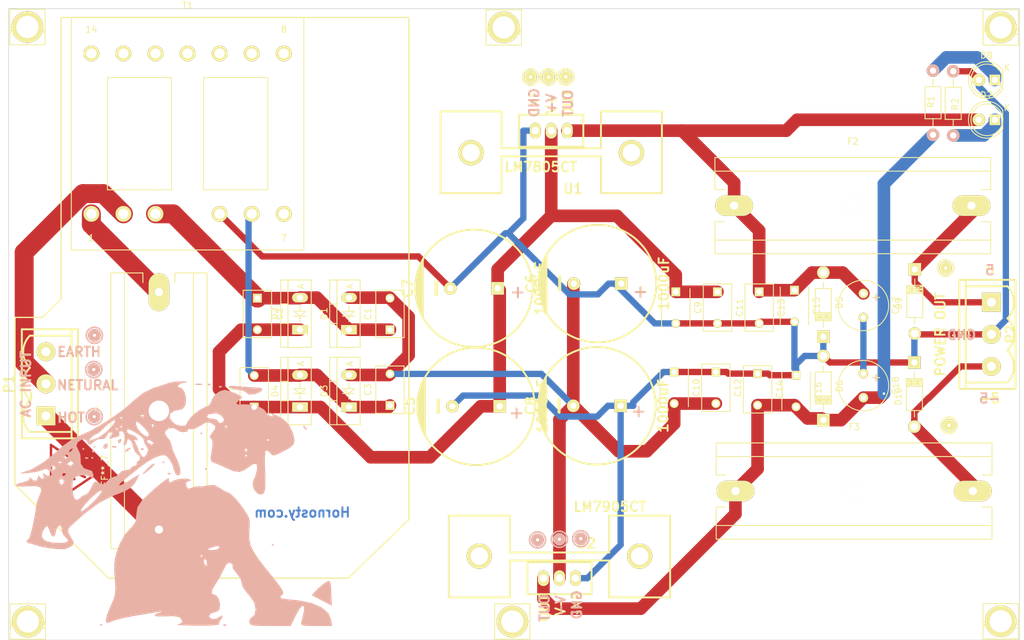
<source format=kicad_pcb>
(kicad_pcb (version 20171130) (host pcbnew "(5.1.12)-1")

  (general
    (thickness 1.6)
    (drawings 51)
    (tracks 195)
    (zones 0)
    (modules 57)
    (nets 16)
  )

  (page A4)
  (layers
    (0 F.Cu signal)
    (31 B.Cu signal)
    (32 B.Adhes user hide)
    (33 F.Adhes user hide)
    (34 B.Paste user)
    (35 F.Paste user)
    (36 B.SilkS user)
    (37 F.SilkS user)
    (38 B.Mask user)
    (39 F.Mask user)
    (40 Dwgs.User user)
    (41 Cmts.User user)
    (42 Eco1.User user)
    (43 Eco2.User user)
    (44 Edge.Cuts user)
    (45 Margin user)
    (46 B.CrtYd user)
    (47 F.CrtYd user)
    (48 B.Fab user)
    (49 F.Fab user)
  )

  (setup
    (last_trace_width 1)
    (user_trace_width 0.5)
    (user_trace_width 1)
    (user_trace_width 1.5)
    (user_trace_width 2)
    (user_trace_width 2.5)
    (user_trace_width 3)
    (trace_clearance 0.2)
    (zone_clearance 0.508)
    (zone_45_only no)
    (trace_min 0.2)
    (via_size 0.6)
    (via_drill 0.4)
    (via_min_size 0.4)
    (via_min_drill 0.3)
    (uvia_size 0.3)
    (uvia_drill 0.1)
    (uvias_allowed no)
    (uvia_min_size 0.2)
    (uvia_min_drill 0.1)
    (edge_width 0.1)
    (segment_width 0.2)
    (pcb_text_width 0.3)
    (pcb_text_size 1.5 1.5)
    (mod_edge_width 0.15)
    (mod_text_size 1 1)
    (mod_text_width 0.15)
    (pad_size 1.5 1.5)
    (pad_drill 0.6)
    (pad_to_mask_clearance 0)
    (aux_axis_origin 0 0)
    (visible_elements 7FFFFFFF)
    (pcbplotparams
      (layerselection 0x00030_80000001)
      (usegerberextensions false)
      (usegerberattributes true)
      (usegerberadvancedattributes true)
      (creategerberjobfile true)
      (excludeedgelayer true)
      (linewidth 0.100000)
      (plotframeref false)
      (viasonmask false)
      (mode 1)
      (useauxorigin false)
      (hpglpennumber 1)
      (hpglpenspeed 20)
      (hpglpendiameter 15.000000)
      (psnegative false)
      (psa4output false)
      (plotreference true)
      (plotvalue true)
      (plotinvisibletext false)
      (padsonsilk false)
      (subtractmaskfromsilk false)
      (outputformat 1)
      (mirror false)
      (drillshape 0)
      (scaleselection 1)
      (outputdirectory ""))
  )

  (net 0 "")
  (net 1 "Net-(C1-Pad1)")
  (net 2 /V-)
  (net 3 /V+)
  (net 4 "Net-(C3-Pad1)")
  (net 5 "Net-(C13-Pad1)")
  (net 6 "Net-(C14-Pad2)")
  (net 7 "Net-(D7-Pad1)")
  (net 8 "Net-(D8-Pad1)")
  (net 9 /REG_+5V)
  (net 10 /REG_-5V)
  (net 11 "Net-(F1-Pad2)")
  (net 12 /HOT)
  (net 13 /NETURAL)
  (net 14 GNDPWR)
  (net 15 Earth)

  (net_class Default "This is the default net class."
    (clearance 0.2)
    (trace_width 1)
    (via_dia 0.6)
    (via_drill 0.4)
    (uvia_dia 0.3)
    (uvia_drill 0.1)
    (add_net /HOT)
    (add_net /NETURAL)
    (add_net /REG_+5V)
    (add_net /REG_-5V)
    (add_net /V+)
    (add_net /V-)
    (add_net Earth)
    (add_net GNDPWR)
    (add_net "Net-(C1-Pad1)")
    (add_net "Net-(C13-Pad1)")
    (add_net "Net-(C14-Pad2)")
    (add_net "Net-(C3-Pad1)")
    (add_net "Net-(D7-Pad1)")
    (add_net "Net-(D8-Pad1)")
    (add_net "Net-(F1-Pad2)")
  )

  (module Capacitors_ThroughHole:C_Disc_D7.5_P5 (layer F.Cu) (tedit 0) (tstamp 562A8AEC)
    (at 142.696 110.652 90)
    (descr "Capacitor 7.5mm Disc, Pitch 5mm")
    (tags Capacitor)
    (path /55CEC867)
    (fp_text reference C1 (at 2.5 -3.5 90) (layer F.SilkS)
      (effects (font (size 1 1) (thickness 0.15)))
    )
    (fp_text value C_Small (at 2.5 3.5 90) (layer F.Fab)
      (effects (font (size 1 1) (thickness 0.15)))
    )
    (fp_line (start -1.5 -2.5) (end 6.5 -2.5) (layer F.CrtYd) (width 0.05))
    (fp_line (start 6.5 -2.5) (end 6.5 2.5) (layer F.CrtYd) (width 0.05))
    (fp_line (start 6.5 2.5) (end -1.5 2.5) (layer F.CrtYd) (width 0.05))
    (fp_line (start -1.5 2.5) (end -1.5 -2.5) (layer F.CrtYd) (width 0.05))
    (fp_line (start -1.25 -2.25) (end 6.25 -2.25) (layer F.SilkS) (width 0.15))
    (fp_line (start 6.25 -2.25) (end 6.25 2.25) (layer F.SilkS) (width 0.15))
    (fp_line (start 6.25 2.25) (end -1.25 2.25) (layer F.SilkS) (width 0.15))
    (fp_line (start -1.25 2.25) (end -1.25 -2.25) (layer F.SilkS) (width 0.15))
    (pad 1 thru_hole rect (at 0 0 90) (size 1.4 1.4) (drill 0.9) (layers *.Cu *.Mask F.SilkS)
      (net 1 "Net-(C1-Pad1)"))
    (pad 2 thru_hole circle (at 5 0 90) (size 1.4 1.4) (drill 0.9) (layers *.Cu *.Mask F.SilkS)
      (net 2 /V-))
    (model Capacitors_ThroughHole.3dshapes/C_Disc_D7.5_P5.wrl
      (offset (xyz 2.500000042453766 0 0))
      (scale (xyz 1 1 1))
      (rotate (xyz 0 0 0))
    )
  )

  (module Capacitors_ThroughHole:C_Disc_D7.5_P5 (layer F.Cu) (tedit 0) (tstamp 562A8AF2)
    (at 121.696 105.652 270)
    (descr "Capacitor 7.5mm Disc, Pitch 5mm")
    (tags Capacitor)
    (path /55CEA1B2)
    (fp_text reference C2 (at 2.5 -3.5 270) (layer F.SilkS)
      (effects (font (size 1 1) (thickness 0.15)))
    )
    (fp_text value C_Small (at 2.5 3.5 270) (layer F.Fab)
      (effects (font (size 1 1) (thickness 0.15)))
    )
    (fp_line (start -1.5 -2.5) (end 6.5 -2.5) (layer F.CrtYd) (width 0.05))
    (fp_line (start 6.5 -2.5) (end 6.5 2.5) (layer F.CrtYd) (width 0.05))
    (fp_line (start 6.5 2.5) (end -1.5 2.5) (layer F.CrtYd) (width 0.05))
    (fp_line (start -1.5 2.5) (end -1.5 -2.5) (layer F.CrtYd) (width 0.05))
    (fp_line (start -1.25 -2.25) (end 6.25 -2.25) (layer F.SilkS) (width 0.15))
    (fp_line (start 6.25 -2.25) (end 6.25 2.25) (layer F.SilkS) (width 0.15))
    (fp_line (start 6.25 2.25) (end -1.25 2.25) (layer F.SilkS) (width 0.15))
    (fp_line (start -1.25 2.25) (end -1.25 -2.25) (layer F.SilkS) (width 0.15))
    (pad 1 thru_hole rect (at 0 0 270) (size 1.4 1.4) (drill 0.9) (layers *.Cu *.Mask F.SilkS)
      (net 1 "Net-(C1-Pad1)"))
    (pad 2 thru_hole circle (at 5 0 270) (size 1.4 1.4) (drill 0.9) (layers *.Cu *.Mask F.SilkS)
      (net 3 /V+))
    (model Capacitors_ThroughHole.3dshapes/C_Disc_D7.5_P5.wrl
      (offset (xyz 2.500000042453766 0 0))
      (scale (xyz 1 1 1))
      (rotate (xyz 0 0 0))
    )
  )

  (module Capacitors_ThroughHole:C_Disc_D7.5_P5 (layer F.Cu) (tedit 0) (tstamp 562A8AF8)
    (at 142.696 122.652 90)
    (descr "Capacitor 7.5mm Disc, Pitch 5mm")
    (tags Capacitor)
    (path /55CEC275)
    (fp_text reference C3 (at 2.5 -3.5 90) (layer F.SilkS)
      (effects (font (size 1 1) (thickness 0.15)))
    )
    (fp_text value C_Small (at 2.5 3.5 90) (layer F.Fab)
      (effects (font (size 1 1) (thickness 0.15)))
    )
    (fp_line (start -1.5 -2.5) (end 6.5 -2.5) (layer F.CrtYd) (width 0.05))
    (fp_line (start 6.5 -2.5) (end 6.5 2.5) (layer F.CrtYd) (width 0.05))
    (fp_line (start 6.5 2.5) (end -1.5 2.5) (layer F.CrtYd) (width 0.05))
    (fp_line (start -1.5 2.5) (end -1.5 -2.5) (layer F.CrtYd) (width 0.05))
    (fp_line (start -1.25 -2.25) (end 6.25 -2.25) (layer F.SilkS) (width 0.15))
    (fp_line (start 6.25 -2.25) (end 6.25 2.25) (layer F.SilkS) (width 0.15))
    (fp_line (start 6.25 2.25) (end -1.25 2.25) (layer F.SilkS) (width 0.15))
    (fp_line (start -1.25 2.25) (end -1.25 -2.25) (layer F.SilkS) (width 0.15))
    (pad 1 thru_hole rect (at 0 0 90) (size 1.4 1.4) (drill 0.9) (layers *.Cu *.Mask F.SilkS)
      (net 4 "Net-(C3-Pad1)"))
    (pad 2 thru_hole circle (at 5 0 90) (size 1.4 1.4) (drill 0.9) (layers *.Cu *.Mask F.SilkS)
      (net 2 /V-))
    (model Capacitors_ThroughHole.3dshapes/C_Disc_D7.5_P5.wrl
      (offset (xyz 2.500000042453766 0 0))
      (scale (xyz 1 1 1))
      (rotate (xyz 0 0 0))
    )
  )

  (module Capacitors_ThroughHole:C_Disc_D7.5_P5 (layer F.Cu) (tedit 0) (tstamp 562A8AFE)
    (at 121.196 122.902 90)
    (descr "Capacitor 7.5mm Disc, Pitch 5mm")
    (tags Capacitor)
    (path /55CEA8A0)
    (fp_text reference C4 (at 2.5 -3.5 90) (layer F.SilkS)
      (effects (font (size 1 1) (thickness 0.15)))
    )
    (fp_text value C_Small (at 2.5 3.5 90) (layer F.Fab)
      (effects (font (size 1 1) (thickness 0.15)))
    )
    (fp_line (start -1.5 -2.5) (end 6.5 -2.5) (layer F.CrtYd) (width 0.05))
    (fp_line (start 6.5 -2.5) (end 6.5 2.5) (layer F.CrtYd) (width 0.05))
    (fp_line (start 6.5 2.5) (end -1.5 2.5) (layer F.CrtYd) (width 0.05))
    (fp_line (start -1.5 2.5) (end -1.5 -2.5) (layer F.CrtYd) (width 0.05))
    (fp_line (start -1.25 -2.25) (end 6.25 -2.25) (layer F.SilkS) (width 0.15))
    (fp_line (start 6.25 -2.25) (end 6.25 2.25) (layer F.SilkS) (width 0.15))
    (fp_line (start 6.25 2.25) (end -1.25 2.25) (layer F.SilkS) (width 0.15))
    (fp_line (start -1.25 2.25) (end -1.25 -2.25) (layer F.SilkS) (width 0.15))
    (pad 1 thru_hole rect (at 0 0 90) (size 1.4 1.4) (drill 0.9) (layers *.Cu *.Mask F.SilkS)
      (net 3 /V+))
    (pad 2 thru_hole circle (at 5 0 90) (size 1.4 1.4) (drill 0.9) (layers *.Cu *.Mask F.SilkS)
      (net 4 "Net-(C3-Pad1)"))
    (model Capacitors_ThroughHole.3dshapes/C_Disc_D7.5_P5.wrl
      (offset (xyz 2.500000042453766 0 0))
      (scale (xyz 1 1 1))
      (rotate (xyz 0 0 0))
    )
  )

  (module w_capacitors:CP_18x16mm (layer F.Cu) (tedit 52641059) (tstamp 562A8B04)
    (at 156.327 122.781 90)
    (descr "Capacitor, pol, cyl 18x16mm")
    (path /55CE915C)
    (fp_text reference C5 (at 0 -10.5 90) (layer F.SilkS)
      (effects (font (size 1.524 1.524) (thickness 0.3048)))
    )
    (fp_text value 1000uF (at 0 10.5 90) (layer F.SilkS)
      (effects (font (size 1.524 1.524) (thickness 0.3048)))
    )
    (fp_circle (center 0 0) (end -9.3 0) (layer F.SilkS) (width 0.3048))
    (fp_line (start -4.5 -8.1) (end 4.5 -8.1) (layer F.SilkS) (width 0.3048))
    (fp_line (start -1.8 -9.1) (end 1.8 -9.1) (layer F.SilkS) (width 0.3048))
    (fp_line (start 2.6 -8.9) (end -2.6 -8.9) (layer F.SilkS) (width 0.3048))
    (fp_line (start -3.2 -8.7) (end 3.2 -8.7) (layer F.SilkS) (width 0.3048))
    (fp_line (start 3.7 -8.5) (end -3.7 -8.5) (layer F.SilkS) (width 0.3048))
    (fp_line (start -4.1 -8.3) (end 4.1 -8.3) (layer F.SilkS) (width 0.3048))
    (fp_line (start -1 -6) (end 1 -6) (layer F.SilkS) (width 0.5))
    (pad 1 thru_hole rect (at 0 3.75 90) (size 2 2) (drill 1) (layers *.Cu *.Mask F.SilkS)
      (net 3 /V+))
    (pad 2 thru_hole circle (at 0 -3.75 90) (size 2 2) (drill 1) (layers *.Cu *.Mask F.SilkS)
      (net 14 GNDPWR))
    (model walter/capacitors/cp_18x16mm.wrl
      (at (xyz 0 0 0))
      (scale (xyz 1 1 1))
      (rotate (xyz 0 0 0))
    )
  )

  (module w_capacitors:CP_18x16mm (layer F.Cu) (tedit 52641059) (tstamp 562A8B0A)
    (at 175.575 103.35 90)
    (descr "Capacitor, pol, cyl 18x16mm")
    (path /55CE9156)
    (fp_text reference C6 (at 0 -10.5 90) (layer F.SilkS)
      (effects (font (size 1.524 1.524) (thickness 0.3048)))
    )
    (fp_text value 1000uF (at 0 10.5 90) (layer F.SilkS)
      (effects (font (size 1.524 1.524) (thickness 0.3048)))
    )
    (fp_circle (center 0 0) (end -9.3 0) (layer F.SilkS) (width 0.3048))
    (fp_line (start -4.5 -8.1) (end 4.5 -8.1) (layer F.SilkS) (width 0.3048))
    (fp_line (start -1.8 -9.1) (end 1.8 -9.1) (layer F.SilkS) (width 0.3048))
    (fp_line (start 2.6 -8.9) (end -2.6 -8.9) (layer F.SilkS) (width 0.3048))
    (fp_line (start -3.2 -8.7) (end 3.2 -8.7) (layer F.SilkS) (width 0.3048))
    (fp_line (start 3.7 -8.5) (end -3.7 -8.5) (layer F.SilkS) (width 0.3048))
    (fp_line (start -4.1 -8.3) (end 4.1 -8.3) (layer F.SilkS) (width 0.3048))
    (fp_line (start -1 -6) (end 1 -6) (layer F.SilkS) (width 0.5))
    (pad 1 thru_hole rect (at 0 3.75 90) (size 2 2) (drill 1) (layers *.Cu *.Mask F.SilkS)
      (net 14 GNDPWR))
    (pad 2 thru_hole circle (at 0 -3.75 90) (size 2 2) (drill 1) (layers *.Cu *.Mask F.SilkS)
      (net 2 /V-))
    (model walter/capacitors/cp_18x16mm.wrl
      (at (xyz 0 0 0))
      (scale (xyz 1 1 1))
      (rotate (xyz 0 0 0))
    )
  )

  (module w_capacitors:CP_18x16mm (layer F.Cu) (tedit 52641059) (tstamp 562A8B10)
    (at 156 104.1 90)
    (descr "Capacitor, pol, cyl 18x16mm")
    (path /55CE9162)
    (fp_text reference C7 (at 0 -10.5 90) (layer F.SilkS)
      (effects (font (size 1.524 1.524) (thickness 0.3048)))
    )
    (fp_text value 1000uF (at 0 10.5 90) (layer F.SilkS)
      (effects (font (size 1.524 1.524) (thickness 0.3048)))
    )
    (fp_circle (center 0 0) (end -9.3 0) (layer F.SilkS) (width 0.3048))
    (fp_line (start -4.5 -8.1) (end 4.5 -8.1) (layer F.SilkS) (width 0.3048))
    (fp_line (start -1.8 -9.1) (end 1.8 -9.1) (layer F.SilkS) (width 0.3048))
    (fp_line (start 2.6 -8.9) (end -2.6 -8.9) (layer F.SilkS) (width 0.3048))
    (fp_line (start -3.2 -8.7) (end 3.2 -8.7) (layer F.SilkS) (width 0.3048))
    (fp_line (start 3.7 -8.5) (end -3.7 -8.5) (layer F.SilkS) (width 0.3048))
    (fp_line (start -4.1 -8.3) (end 4.1 -8.3) (layer F.SilkS) (width 0.3048))
    (fp_line (start -1 -6) (end 1 -6) (layer F.SilkS) (width 0.5))
    (pad 1 thru_hole rect (at 0 3.75 90) (size 2 2) (drill 1) (layers *.Cu *.Mask F.SilkS)
      (net 3 /V+))
    (pad 2 thru_hole circle (at 0 -3.75 90) (size 2 2) (drill 1) (layers *.Cu *.Mask F.SilkS)
      (net 14 GNDPWR))
    (model walter/capacitors/cp_18x16mm.wrl
      (at (xyz 0 0 0))
      (scale (xyz 1 1 1))
      (rotate (xyz 0 0 0))
    )
  )

  (module w_capacitors:CP_18x16mm (layer F.Cu) (tedit 52641059) (tstamp 562A8B16)
    (at 175.475 122.7 90)
    (descr "Capacitor, pol, cyl 18x16mm")
    (path /55CE9168)
    (fp_text reference C8 (at 0 -10.5 90) (layer F.SilkS)
      (effects (font (size 1.524 1.524) (thickness 0.3048)))
    )
    (fp_text value 1000uF (at 0 10.5 90) (layer F.SilkS)
      (effects (font (size 1.524 1.524) (thickness 0.3048)))
    )
    (fp_circle (center 0 0) (end -9.3 0) (layer F.SilkS) (width 0.3048))
    (fp_line (start -4.5 -8.1) (end 4.5 -8.1) (layer F.SilkS) (width 0.3048))
    (fp_line (start -1.8 -9.1) (end 1.8 -9.1) (layer F.SilkS) (width 0.3048))
    (fp_line (start 2.6 -8.9) (end -2.6 -8.9) (layer F.SilkS) (width 0.3048))
    (fp_line (start -3.2 -8.7) (end 3.2 -8.7) (layer F.SilkS) (width 0.3048))
    (fp_line (start 3.7 -8.5) (end -3.7 -8.5) (layer F.SilkS) (width 0.3048))
    (fp_line (start -4.1 -8.3) (end 4.1 -8.3) (layer F.SilkS) (width 0.3048))
    (fp_line (start -1 -6) (end 1 -6) (layer F.SilkS) (width 0.5))
    (pad 1 thru_hole rect (at 0 3.75 90) (size 2 2) (drill 1) (layers *.Cu *.Mask F.SilkS)
      (net 14 GNDPWR))
    (pad 2 thru_hole circle (at 0 -3.75 90) (size 2 2) (drill 1) (layers *.Cu *.Mask F.SilkS)
      (net 2 /V-))
    (model walter/capacitors/cp_18x16mm.wrl
      (at (xyz 0 0 0))
      (scale (xyz 1 1 1))
      (rotate (xyz 0 0 0))
    )
  )

  (module Capacitors_ThroughHole:C_Disc_D6_P5 (layer F.Cu) (tedit 0) (tstamp 562A8B1C)
    (at 187.96 104.648 270)
    (descr "Capacitor 6mm Disc, Pitch 5mm")
    (tags Capacitor)
    (path /55CED7E0)
    (fp_text reference C9 (at 2.5 -3.5 270) (layer F.SilkS)
      (effects (font (size 1 1) (thickness 0.15)))
    )
    (fp_text value 10nF (at 2.5 3.5 270) (layer F.Fab)
      (effects (font (size 1 1) (thickness 0.15)))
    )
    (fp_line (start -0.95 -2.5) (end 5.95 -2.5) (layer F.CrtYd) (width 0.05))
    (fp_line (start 5.95 -2.5) (end 5.95 2.5) (layer F.CrtYd) (width 0.05))
    (fp_line (start 5.95 2.5) (end -0.95 2.5) (layer F.CrtYd) (width 0.05))
    (fp_line (start -0.95 2.5) (end -0.95 -2.5) (layer F.CrtYd) (width 0.05))
    (fp_line (start -0.5 -2.25) (end 5.5 -2.25) (layer F.SilkS) (width 0.15))
    (fp_line (start 5.5 2.25) (end -0.5 2.25) (layer F.SilkS) (width 0.15))
    (pad 1 thru_hole rect (at 0 0 270) (size 1.4 1.4) (drill 0.9) (layers *.Cu *.Mask F.SilkS)
      (net 3 /V+))
    (pad 2 thru_hole circle (at 5 0 270) (size 1.4 1.4) (drill 0.9) (layers *.Cu *.Mask F.SilkS)
      (net 14 GNDPWR))
    (model Capacitors_ThroughHole.3dshapes/C_Disc_D6_P5.wrl
      (offset (xyz 2.500000042453766 0 0))
      (scale (xyz 1 1 1))
      (rotate (xyz 0 0 0))
    )
  )

  (module Capacitors_ThroughHole:C_Disc_D6_P5 (layer F.Cu) (tedit 0) (tstamp 562A8B22)
    (at 187.706 117.348 270)
    (descr "Capacitor 6mm Disc, Pitch 5mm")
    (tags Capacitor)
    (path /55CEDDEC)
    (fp_text reference C10 (at 2.5 -3.5 270) (layer F.SilkS)
      (effects (font (size 1 1) (thickness 0.15)))
    )
    (fp_text value 10nF (at 2.5 3.5 270) (layer F.Fab)
      (effects (font (size 1 1) (thickness 0.15)))
    )
    (fp_line (start -0.95 -2.5) (end 5.95 -2.5) (layer F.CrtYd) (width 0.05))
    (fp_line (start 5.95 -2.5) (end 5.95 2.5) (layer F.CrtYd) (width 0.05))
    (fp_line (start 5.95 2.5) (end -0.95 2.5) (layer F.CrtYd) (width 0.05))
    (fp_line (start -0.95 2.5) (end -0.95 -2.5) (layer F.CrtYd) (width 0.05))
    (fp_line (start -0.5 -2.25) (end 5.5 -2.25) (layer F.SilkS) (width 0.15))
    (fp_line (start 5.5 2.25) (end -0.5 2.25) (layer F.SilkS) (width 0.15))
    (pad 1 thru_hole rect (at 0 0 270) (size 1.4 1.4) (drill 0.9) (layers *.Cu *.Mask F.SilkS)
      (net 14 GNDPWR))
    (pad 2 thru_hole circle (at 5 0 270) (size 1.4 1.4) (drill 0.9) (layers *.Cu *.Mask F.SilkS)
      (net 2 /V-))
    (model Capacitors_ThroughHole.3dshapes/C_Disc_D6_P5.wrl
      (offset (xyz 2.500000042453766 0 0))
      (scale (xyz 1 1 1))
      (rotate (xyz 0 0 0))
    )
  )

  (module Capacitors_ThroughHole:C_Disc_D7.5_P5 (layer F.Cu) (tedit 0) (tstamp 562A8B28)
    (at 194.564 104.648 270)
    (descr "Capacitor 7.5mm Disc, Pitch 5mm")
    (tags Capacitor)
    (path /55CEE42B)
    (fp_text reference C11 (at 2.5 -3.5 270) (layer F.SilkS)
      (effects (font (size 1 1) (thickness 0.15)))
    )
    (fp_text value 100nF (at 2.5 3.5 270) (layer F.Fab)
      (effects (font (size 1 1) (thickness 0.15)))
    )
    (fp_line (start -1.5 -2.5) (end 6.5 -2.5) (layer F.CrtYd) (width 0.05))
    (fp_line (start 6.5 -2.5) (end 6.5 2.5) (layer F.CrtYd) (width 0.05))
    (fp_line (start 6.5 2.5) (end -1.5 2.5) (layer F.CrtYd) (width 0.05))
    (fp_line (start -1.5 2.5) (end -1.5 -2.5) (layer F.CrtYd) (width 0.05))
    (fp_line (start -1.25 -2.25) (end 6.25 -2.25) (layer F.SilkS) (width 0.15))
    (fp_line (start 6.25 -2.25) (end 6.25 2.25) (layer F.SilkS) (width 0.15))
    (fp_line (start 6.25 2.25) (end -1.25 2.25) (layer F.SilkS) (width 0.15))
    (fp_line (start -1.25 2.25) (end -1.25 -2.25) (layer F.SilkS) (width 0.15))
    (pad 1 thru_hole rect (at 0 0 270) (size 1.4 1.4) (drill 0.9) (layers *.Cu *.Mask F.SilkS)
      (net 3 /V+))
    (pad 2 thru_hole circle (at 5 0 270) (size 1.4 1.4) (drill 0.9) (layers *.Cu *.Mask F.SilkS)
      (net 14 GNDPWR))
    (model Capacitors_ThroughHole.3dshapes/C_Disc_D7.5_P5.wrl
      (offset (xyz 2.500000042453766 0 0))
      (scale (xyz 1 1 1))
      (rotate (xyz 0 0 0))
    )
  )

  (module Capacitors_ThroughHole:C_Disc_D7.5_P5 (layer F.Cu) (tedit 0) (tstamp 562A8B2E)
    (at 194.31 117.348 270)
    (descr "Capacitor 7.5mm Disc, Pitch 5mm")
    (tags Capacitor)
    (path /55CEED6D)
    (fp_text reference C12 (at 2.5 -3.5 270) (layer F.SilkS)
      (effects (font (size 1 1) (thickness 0.15)))
    )
    (fp_text value 100nF (at 2.5 3.5 270) (layer F.Fab)
      (effects (font (size 1 1) (thickness 0.15)))
    )
    (fp_line (start -1.5 -2.5) (end 6.5 -2.5) (layer F.CrtYd) (width 0.05))
    (fp_line (start 6.5 -2.5) (end 6.5 2.5) (layer F.CrtYd) (width 0.05))
    (fp_line (start 6.5 2.5) (end -1.5 2.5) (layer F.CrtYd) (width 0.05))
    (fp_line (start -1.5 2.5) (end -1.5 -2.5) (layer F.CrtYd) (width 0.05))
    (fp_line (start -1.25 -2.25) (end 6.25 -2.25) (layer F.SilkS) (width 0.15))
    (fp_line (start 6.25 -2.25) (end 6.25 2.25) (layer F.SilkS) (width 0.15))
    (fp_line (start 6.25 2.25) (end -1.25 2.25) (layer F.SilkS) (width 0.15))
    (fp_line (start -1.25 2.25) (end -1.25 -2.25) (layer F.SilkS) (width 0.15))
    (pad 1 thru_hole rect (at 0 0 270) (size 1.4 1.4) (drill 0.9) (layers *.Cu *.Mask F.SilkS)
      (net 14 GNDPWR))
    (pad 2 thru_hole circle (at 5 0 270) (size 1.4 1.4) (drill 0.9) (layers *.Cu *.Mask F.SilkS)
      (net 2 /V-))
    (model Capacitors_ThroughHole.3dshapes/C_Disc_D7.5_P5.wrl
      (offset (xyz 2.500000042453766 0 0))
      (scale (xyz 1 1 1))
      (rotate (xyz 0 0 0))
    )
  )

  (module Capacitors_ThroughHole:C_Disc_D7.5_P5 (layer F.Cu) (tedit 0) (tstamp 562A8B34)
    (at 201.168 104.648 270)
    (descr "Capacitor 7.5mm Disc, Pitch 5mm")
    (tags Capacitor)
    (path /55CF257A)
    (fp_text reference C13 (at 2.5 -3.5 270) (layer F.SilkS)
      (effects (font (size 1 1) (thickness 0.15)))
    )
    (fp_text value 100nF (at 2.5 3.5 270) (layer F.Fab)
      (effects (font (size 1 1) (thickness 0.15)))
    )
    (fp_line (start -1.5 -2.5) (end 6.5 -2.5) (layer F.CrtYd) (width 0.05))
    (fp_line (start 6.5 -2.5) (end 6.5 2.5) (layer F.CrtYd) (width 0.05))
    (fp_line (start 6.5 2.5) (end -1.5 2.5) (layer F.CrtYd) (width 0.05))
    (fp_line (start -1.5 2.5) (end -1.5 -2.5) (layer F.CrtYd) (width 0.05))
    (fp_line (start -1.25 -2.25) (end 6.25 -2.25) (layer F.SilkS) (width 0.15))
    (fp_line (start 6.25 -2.25) (end 6.25 2.25) (layer F.SilkS) (width 0.15))
    (fp_line (start 6.25 2.25) (end -1.25 2.25) (layer F.SilkS) (width 0.15))
    (fp_line (start -1.25 2.25) (end -1.25 -2.25) (layer F.SilkS) (width 0.15))
    (pad 1 thru_hole rect (at 0 0 270) (size 1.4 1.4) (drill 0.9) (layers *.Cu *.Mask F.SilkS)
      (net 5 "Net-(C13-Pad1)"))
    (pad 2 thru_hole circle (at 5 0 270) (size 1.4 1.4) (drill 0.9) (layers *.Cu *.Mask F.SilkS)
      (net 14 GNDPWR))
    (model Capacitors_ThroughHole.3dshapes/C_Disc_D7.5_P5.wrl
      (offset (xyz 2.500000042453766 0 0))
      (scale (xyz 1 1 1))
      (rotate (xyz 0 0 0))
    )
  )

  (module Capacitors_ThroughHole:C_Disc_D7.5_P5 (layer F.Cu) (tedit 0) (tstamp 562A8B3A)
    (at 200.914 117.602 270)
    (descr "Capacitor 7.5mm Disc, Pitch 5mm")
    (tags Capacitor)
    (path /55CF93D0)
    (fp_text reference C14 (at 2.5 -3.5 270) (layer F.SilkS)
      (effects (font (size 1 1) (thickness 0.15)))
    )
    (fp_text value 100nF (at 2.5 3.5 270) (layer F.Fab)
      (effects (font (size 1 1) (thickness 0.15)))
    )
    (fp_line (start -1.5 -2.5) (end 6.5 -2.5) (layer F.CrtYd) (width 0.05))
    (fp_line (start 6.5 -2.5) (end 6.5 2.5) (layer F.CrtYd) (width 0.05))
    (fp_line (start 6.5 2.5) (end -1.5 2.5) (layer F.CrtYd) (width 0.05))
    (fp_line (start -1.5 2.5) (end -1.5 -2.5) (layer F.CrtYd) (width 0.05))
    (fp_line (start -1.25 -2.25) (end 6.25 -2.25) (layer F.SilkS) (width 0.15))
    (fp_line (start 6.25 -2.25) (end 6.25 2.25) (layer F.SilkS) (width 0.15))
    (fp_line (start 6.25 2.25) (end -1.25 2.25) (layer F.SilkS) (width 0.15))
    (fp_line (start -1.25 2.25) (end -1.25 -2.25) (layer F.SilkS) (width 0.15))
    (pad 1 thru_hole rect (at 0 0 270) (size 1.4 1.4) (drill 0.9) (layers *.Cu *.Mask F.SilkS)
      (net 14 GNDPWR))
    (pad 2 thru_hole circle (at 5 0 270) (size 1.4 1.4) (drill 0.9) (layers *.Cu *.Mask F.SilkS)
      (net 6 "Net-(C14-Pad2)"))
    (model Capacitors_ThroughHole.3dshapes/C_Disc_D7.5_P5.wrl
      (offset (xyz 2.500000042453766 0 0))
      (scale (xyz 1 1 1))
      (rotate (xyz 0 0 0))
    )
  )

  (module Capacitors_ThroughHole:C_Disc_D6_P5 (layer F.Cu) (tedit 0) (tstamp 562A8B40)
    (at 206.756 104.394 270)
    (descr "Capacitor 6mm Disc, Pitch 5mm")
    (tags Capacitor)
    (path /55CF2580)
    (fp_text reference C15 (at 2.5 -3.5 270) (layer F.SilkS)
      (effects (font (size 1 1) (thickness 0.15)))
    )
    (fp_text value 10nF (at 2.5 3.5 270) (layer F.Fab)
      (effects (font (size 1 1) (thickness 0.15)))
    )
    (fp_line (start -0.95 -2.5) (end 5.95 -2.5) (layer F.CrtYd) (width 0.05))
    (fp_line (start 5.95 -2.5) (end 5.95 2.5) (layer F.CrtYd) (width 0.05))
    (fp_line (start 5.95 2.5) (end -0.95 2.5) (layer F.CrtYd) (width 0.05))
    (fp_line (start -0.95 2.5) (end -0.95 -2.5) (layer F.CrtYd) (width 0.05))
    (fp_line (start -0.5 -2.25) (end 5.5 -2.25) (layer F.SilkS) (width 0.15))
    (fp_line (start 5.5 2.25) (end -0.5 2.25) (layer F.SilkS) (width 0.15))
    (pad 1 thru_hole rect (at 0 0 270) (size 1.4 1.4) (drill 0.9) (layers *.Cu *.Mask F.SilkS)
      (net 5 "Net-(C13-Pad1)"))
    (pad 2 thru_hole circle (at 5 0 270) (size 1.4 1.4) (drill 0.9) (layers *.Cu *.Mask F.SilkS)
      (net 14 GNDPWR))
    (model Capacitors_ThroughHole.3dshapes/C_Disc_D6_P5.wrl
      (offset (xyz 2.500000042453766 0 0))
      (scale (xyz 1 1 1))
      (rotate (xyz 0 0 0))
    )
  )

  (module Capacitors_ThroughHole:C_Disc_D6_P5 (layer F.Cu) (tedit 0) (tstamp 562A8B46)
    (at 207.01 117.856 270)
    (descr "Capacitor 6mm Disc, Pitch 5mm")
    (tags Capacitor)
    (path /55CF93D6)
    (fp_text reference C16 (at 2.5 -3.5 270) (layer F.SilkS)
      (effects (font (size 1 1) (thickness 0.15)))
    )
    (fp_text value 10nF (at 2.5 3.5 270) (layer F.Fab)
      (effects (font (size 1 1) (thickness 0.15)))
    )
    (fp_line (start -0.95 -2.5) (end 5.95 -2.5) (layer F.CrtYd) (width 0.05))
    (fp_line (start 5.95 -2.5) (end 5.95 2.5) (layer F.CrtYd) (width 0.05))
    (fp_line (start 5.95 2.5) (end -0.95 2.5) (layer F.CrtYd) (width 0.05))
    (fp_line (start -0.95 2.5) (end -0.95 -2.5) (layer F.CrtYd) (width 0.05))
    (fp_line (start -0.5 -2.25) (end 5.5 -2.25) (layer F.SilkS) (width 0.15))
    (fp_line (start 5.5 2.25) (end -0.5 2.25) (layer F.SilkS) (width 0.15))
    (pad 1 thru_hole rect (at 0 0 270) (size 1.4 1.4) (drill 0.9) (layers *.Cu *.Mask F.SilkS)
      (net 14 GNDPWR))
    (pad 2 thru_hole circle (at 5 0 270) (size 1.4 1.4) (drill 0.9) (layers *.Cu *.Mask F.SilkS)
      (net 6 "Net-(C14-Pad2)"))
    (model Capacitors_ThroughHole.3dshapes/C_Disc_D6_P5.wrl
      (offset (xyz 2.500000042453766 0 0))
      (scale (xyz 1 1 1))
      (rotate (xyz 0 0 0))
    )
  )

  (module Capacitors_Elko_ThroughHole:Elko_vert_11.5x8mm_RM3.5 (layer F.Cu) (tedit 5454A1EC) (tstamp 562A8B4C)
    (at 217.678 104.902 270)
    (descr "Electrolytic Capacitor, vertical, diameter 8mm, RM 3,5mm, radial,")
    (tags "Electrolytic Capacitor, vertical, diameter 8mm, radial, RM 3,5mm, Elko, Electrolytkondensator, Kondensator gepolt, Durchmesser 8mm,")
    (path /55CF2586)
    (fp_text reference C17 (at 1.905 -5.08 270) (layer F.SilkS)
      (effects (font (size 1 1) (thickness 0.15)))
    )
    (fp_text value 470uF (at 2.54 6.35 270) (layer F.Fab)
      (effects (font (size 1 1) (thickness 0.15)))
    )
    (fp_line (start 0.10414 -2.02438) (end 1.1303 -2.02438) (layer F.SilkS) (width 0.15))
    (fp_line (start 0.62992 -2.57556) (end 0.62992 -1.524) (layer F.SilkS) (width 0.15))
    (fp_line (start 0.635 -2.54) (end 0.635 -1.524) (layer F.Cu) (width 0.15))
    (fp_line (start 0.127 -2.032) (end 1.143 -2.032) (layer F.Cu) (width 0.15))
    (fp_circle (center 1.905 0) (end 5.9055 0) (layer F.SilkS) (width 0.15))
    (pad 2 thru_hole circle (at 3.81 0 270) (size 1.50114 1.50114) (drill 0.8001) (layers *.Cu *.Mask F.SilkS)
      (net 14 GNDPWR))
    (pad 1 thru_hole circle (at 0 0 270) (size 1.50114 1.50114) (drill 0.8001) (layers *.Cu *.Mask F.SilkS)
      (net 5 "Net-(C13-Pad1)"))
    (model Capacitors_Elko_ThroughHole.3dshapes/Elko_vert_11.5x8mm_RM3.5.wrl
      (at (xyz 0 0 0))
      (scale (xyz 1 1 1))
      (rotate (xyz 0 0 0))
    )
  )

  (module Capacitors_Elko_ThroughHole:Elko_vert_11.5x8mm_RM3.5 (layer F.Cu) (tedit 5454A1EC) (tstamp 562A8B52)
    (at 217.678 117.602 270)
    (descr "Electrolytic Capacitor, vertical, diameter 8mm, RM 3,5mm, radial,")
    (tags "Electrolytic Capacitor, vertical, diameter 8mm, radial, RM 3,5mm, Elko, Electrolytkondensator, Kondensator gepolt, Durchmesser 8mm,")
    (path /55CF93DC)
    (fp_text reference C18 (at 1.905 -5.08 270) (layer F.SilkS)
      (effects (font (size 1 1) (thickness 0.15)))
    )
    (fp_text value 470uF (at 2.54 6.35 270) (layer F.Fab)
      (effects (font (size 1 1) (thickness 0.15)))
    )
    (fp_line (start 0.10414 -2.02438) (end 1.1303 -2.02438) (layer F.SilkS) (width 0.15))
    (fp_line (start 0.62992 -2.57556) (end 0.62992 -1.524) (layer F.SilkS) (width 0.15))
    (fp_line (start 0.635 -2.54) (end 0.635 -1.524) (layer F.Cu) (width 0.15))
    (fp_line (start 0.127 -2.032) (end 1.143 -2.032) (layer F.Cu) (width 0.15))
    (fp_circle (center 1.905 0) (end 5.9055 0) (layer F.SilkS) (width 0.15))
    (pad 2 thru_hole circle (at 3.81 0 270) (size 1.50114 1.50114) (drill 0.8001) (layers *.Cu *.Mask F.SilkS)
      (net 6 "Net-(C14-Pad2)"))
    (pad 1 thru_hole circle (at 0 0 270) (size 1.50114 1.50114) (drill 0.8001) (layers *.Cu *.Mask F.SilkS)
      (net 14 GNDPWR))
    (model Capacitors_Elko_ThroughHole.3dshapes/Elko_vert_11.5x8mm_RM3.5.wrl
      (at (xyz 0 0 0))
      (scale (xyz 1 1 1))
      (rotate (xyz 0 0 0))
    )
  )

  (module Diodes_ThroughHole:Diode_TO-220_Vertical (layer F.Cu) (tedit 5538AE5F) (tstamp 562A8B58)
    (at 136.196 110.652 90)
    (descr "TO-220, Diode, Vertical,")
    (tags "TO-220, Diode, Vertical,")
    (path /55CB8BFE)
    (fp_text reference D1 (at 2.54762 -3.92938 90) (layer F.SilkS)
      (effects (font (size 1 1) (thickness 0.15)))
    )
    (fp_text value MUR860G (at 2.0701 2.7051 90) (layer F.Fab)
      (effects (font (size 1 1) (thickness 0.15)))
    )
    (fp_line (start 2.159 0) (end 1.27 0) (layer F.SilkS) (width 0.15))
    (fp_line (start 3.048 0) (end 3.81 0) (layer F.SilkS) (width 0.15))
    (fp_line (start 2.159 0) (end 2.921 -1.016) (layer F.SilkS) (width 0.15))
    (fp_line (start 2.921 -1.016) (end 2.921 0.889) (layer F.SilkS) (width 0.15))
    (fp_line (start 2.921 0.889) (end 2.159 0) (layer F.SilkS) (width 0.15))
    (fp_line (start 2.159 -1.016) (end 2.159 0.889) (layer F.SilkS) (width 0.15))
    (fp_line (start 1.016 -3.048) (end 1.016 -1.905) (layer F.SilkS) (width 0.15))
    (fp_line (start 4.064 -3.048) (end 4.064 -1.905) (layer F.SilkS) (width 0.15))
    (fp_line (start 7.874 -1.905) (end 7.874 1.778) (layer F.SilkS) (width 0.15))
    (fp_line (start 7.874 1.778) (end -2.794 1.778) (layer F.SilkS) (width 0.15))
    (fp_line (start -2.794 1.778) (end -2.794 -1.905) (layer F.SilkS) (width 0.15))
    (fp_line (start 7.874 -3.048) (end 7.874 -1.905) (layer F.SilkS) (width 0.15))
    (fp_line (start 7.874 -1.905) (end -2.794 -1.905) (layer F.SilkS) (width 0.15))
    (fp_line (start -2.794 -1.905) (end -2.794 -3.048) (layer F.SilkS) (width 0.15))
    (fp_line (start 2.54 -3.048) (end -2.794 -3.048) (layer F.SilkS) (width 0.15))
    (fp_line (start 2.54 -3.048) (end 7.874 -3.048) (layer F.SilkS) (width 0.15))
    (fp_text user A (at 6.858 0.127 90) (layer F.SilkS)
      (effects (font (size 1 1) (thickness 0.15)))
    )
    (pad 1 thru_hole rect (at 0 0 180) (size 2.49936 1.50114) (drill 1.00076) (layers *.Cu *.Mask F.SilkS)
      (net 1 "Net-(C1-Pad1)"))
    (pad 2 thru_hole oval (at 5.08 0 180) (size 2.49936 1.50114) (drill 1.00076) (layers *.Cu *.Mask F.SilkS)
      (net 2 /V-))
    (model Diodes_ThroughHole.3dshapes/Diode_TO-220_Vertical.wrl
      (offset (xyz 2.539999961853027 0 0))
      (scale (xyz 0.3937 0.3937 0.3937))
      (rotate (xyz 0 0 0))
    )
  )

  (module Diodes_ThroughHole:Diode_TO-220_Vertical (layer F.Cu) (tedit 5538AE5F) (tstamp 562A8B5E)
    (at 128.446 110.652 90)
    (descr "TO-220, Diode, Vertical,")
    (tags "TO-220, Diode, Vertical,")
    (path /55CB8B42)
    (fp_text reference D2 (at 2.54762 -3.92938 90) (layer F.SilkS)
      (effects (font (size 1 1) (thickness 0.15)))
    )
    (fp_text value MUR860G (at 2.0701 2.7051 90) (layer F.Fab)
      (effects (font (size 1 1) (thickness 0.15)))
    )
    (fp_line (start 2.159 0) (end 1.27 0) (layer F.SilkS) (width 0.15))
    (fp_line (start 3.048 0) (end 3.81 0) (layer F.SilkS) (width 0.15))
    (fp_line (start 2.159 0) (end 2.921 -1.016) (layer F.SilkS) (width 0.15))
    (fp_line (start 2.921 -1.016) (end 2.921 0.889) (layer F.SilkS) (width 0.15))
    (fp_line (start 2.921 0.889) (end 2.159 0) (layer F.SilkS) (width 0.15))
    (fp_line (start 2.159 -1.016) (end 2.159 0.889) (layer F.SilkS) (width 0.15))
    (fp_line (start 1.016 -3.048) (end 1.016 -1.905) (layer F.SilkS) (width 0.15))
    (fp_line (start 4.064 -3.048) (end 4.064 -1.905) (layer F.SilkS) (width 0.15))
    (fp_line (start 7.874 -1.905) (end 7.874 1.778) (layer F.SilkS) (width 0.15))
    (fp_line (start 7.874 1.778) (end -2.794 1.778) (layer F.SilkS) (width 0.15))
    (fp_line (start -2.794 1.778) (end -2.794 -1.905) (layer F.SilkS) (width 0.15))
    (fp_line (start 7.874 -3.048) (end 7.874 -1.905) (layer F.SilkS) (width 0.15))
    (fp_line (start 7.874 -1.905) (end -2.794 -1.905) (layer F.SilkS) (width 0.15))
    (fp_line (start -2.794 -1.905) (end -2.794 -3.048) (layer F.SilkS) (width 0.15))
    (fp_line (start 2.54 -3.048) (end -2.794 -3.048) (layer F.SilkS) (width 0.15))
    (fp_line (start 2.54 -3.048) (end 7.874 -3.048) (layer F.SilkS) (width 0.15))
    (fp_text user A (at 6.858 0.127 90) (layer F.SilkS)
      (effects (font (size 1 1) (thickness 0.15)))
    )
    (pad 1 thru_hole rect (at 0 0 180) (size 2.49936 1.50114) (drill 1.00076) (layers *.Cu *.Mask F.SilkS)
      (net 3 /V+))
    (pad 2 thru_hole oval (at 5.08 0 180) (size 2.49936 1.50114) (drill 1.00076) (layers *.Cu *.Mask F.SilkS)
      (net 1 "Net-(C1-Pad1)"))
    (model Diodes_ThroughHole.3dshapes/Diode_TO-220_Vertical.wrl
      (offset (xyz 2.539999961853027 0 0))
      (scale (xyz 0.3937 0.3937 0.3937))
      (rotate (xyz 0 0 0))
    )
  )

  (module Diodes_ThroughHole:Diode_TO-220_Vertical (layer F.Cu) (tedit 5538AE5F) (tstamp 562A8B64)
    (at 136.196 122.902 90)
    (descr "TO-220, Diode, Vertical,")
    (tags "TO-220, Diode, Vertical,")
    (path /55CB8C81)
    (fp_text reference D3 (at 2.54762 -3.92938 90) (layer F.SilkS)
      (effects (font (size 1 1) (thickness 0.15)))
    )
    (fp_text value MUR860G (at 2.0701 2.7051 90) (layer F.Fab)
      (effects (font (size 1 1) (thickness 0.15)))
    )
    (fp_line (start 2.159 0) (end 1.27 0) (layer F.SilkS) (width 0.15))
    (fp_line (start 3.048 0) (end 3.81 0) (layer F.SilkS) (width 0.15))
    (fp_line (start 2.159 0) (end 2.921 -1.016) (layer F.SilkS) (width 0.15))
    (fp_line (start 2.921 -1.016) (end 2.921 0.889) (layer F.SilkS) (width 0.15))
    (fp_line (start 2.921 0.889) (end 2.159 0) (layer F.SilkS) (width 0.15))
    (fp_line (start 2.159 -1.016) (end 2.159 0.889) (layer F.SilkS) (width 0.15))
    (fp_line (start 1.016 -3.048) (end 1.016 -1.905) (layer F.SilkS) (width 0.15))
    (fp_line (start 4.064 -3.048) (end 4.064 -1.905) (layer F.SilkS) (width 0.15))
    (fp_line (start 7.874 -1.905) (end 7.874 1.778) (layer F.SilkS) (width 0.15))
    (fp_line (start 7.874 1.778) (end -2.794 1.778) (layer F.SilkS) (width 0.15))
    (fp_line (start -2.794 1.778) (end -2.794 -1.905) (layer F.SilkS) (width 0.15))
    (fp_line (start 7.874 -3.048) (end 7.874 -1.905) (layer F.SilkS) (width 0.15))
    (fp_line (start 7.874 -1.905) (end -2.794 -1.905) (layer F.SilkS) (width 0.15))
    (fp_line (start -2.794 -1.905) (end -2.794 -3.048) (layer F.SilkS) (width 0.15))
    (fp_line (start 2.54 -3.048) (end -2.794 -3.048) (layer F.SilkS) (width 0.15))
    (fp_line (start 2.54 -3.048) (end 7.874 -3.048) (layer F.SilkS) (width 0.15))
    (fp_text user A (at 6.858 0.127 90) (layer F.SilkS)
      (effects (font (size 1 1) (thickness 0.15)))
    )
    (pad 1 thru_hole rect (at 0 0 180) (size 2.49936 1.50114) (drill 1.00076) (layers *.Cu *.Mask F.SilkS)
      (net 4 "Net-(C3-Pad1)"))
    (pad 2 thru_hole oval (at 5.08 0 180) (size 2.49936 1.50114) (drill 1.00076) (layers *.Cu *.Mask F.SilkS)
      (net 2 /V-))
    (model Diodes_ThroughHole.3dshapes/Diode_TO-220_Vertical.wrl
      (offset (xyz 2.539999961853027 0 0))
      (scale (xyz 0.3937 0.3937 0.3937))
      (rotate (xyz 0 0 0))
    )
  )

  (module Diodes_ThroughHole:Diode_TO-220_Vertical (layer F.Cu) (tedit 5538AE5F) (tstamp 562A8B6A)
    (at 128.446 122.902 90)
    (descr "TO-220, Diode, Vertical,")
    (tags "TO-220, Diode, Vertical,")
    (path /55CB8C40)
    (fp_text reference D4 (at 2.54762 -3.92938 90) (layer F.SilkS)
      (effects (font (size 1 1) (thickness 0.15)))
    )
    (fp_text value MUR860G (at 2.0701 2.7051 90) (layer F.Fab)
      (effects (font (size 1 1) (thickness 0.15)))
    )
    (fp_line (start 2.159 0) (end 1.27 0) (layer F.SilkS) (width 0.15))
    (fp_line (start 3.048 0) (end 3.81 0) (layer F.SilkS) (width 0.15))
    (fp_line (start 2.159 0) (end 2.921 -1.016) (layer F.SilkS) (width 0.15))
    (fp_line (start 2.921 -1.016) (end 2.921 0.889) (layer F.SilkS) (width 0.15))
    (fp_line (start 2.921 0.889) (end 2.159 0) (layer F.SilkS) (width 0.15))
    (fp_line (start 2.159 -1.016) (end 2.159 0.889) (layer F.SilkS) (width 0.15))
    (fp_line (start 1.016 -3.048) (end 1.016 -1.905) (layer F.SilkS) (width 0.15))
    (fp_line (start 4.064 -3.048) (end 4.064 -1.905) (layer F.SilkS) (width 0.15))
    (fp_line (start 7.874 -1.905) (end 7.874 1.778) (layer F.SilkS) (width 0.15))
    (fp_line (start 7.874 1.778) (end -2.794 1.778) (layer F.SilkS) (width 0.15))
    (fp_line (start -2.794 1.778) (end -2.794 -1.905) (layer F.SilkS) (width 0.15))
    (fp_line (start 7.874 -3.048) (end 7.874 -1.905) (layer F.SilkS) (width 0.15))
    (fp_line (start 7.874 -1.905) (end -2.794 -1.905) (layer F.SilkS) (width 0.15))
    (fp_line (start -2.794 -1.905) (end -2.794 -3.048) (layer F.SilkS) (width 0.15))
    (fp_line (start 2.54 -3.048) (end -2.794 -3.048) (layer F.SilkS) (width 0.15))
    (fp_line (start 2.54 -3.048) (end 7.874 -3.048) (layer F.SilkS) (width 0.15))
    (fp_text user A (at 6.858 0.127 90) (layer F.SilkS)
      (effects (font (size 1 1) (thickness 0.15)))
    )
    (pad 1 thru_hole rect (at 0 0 180) (size 2.49936 1.50114) (drill 1.00076) (layers *.Cu *.Mask F.SilkS)
      (net 3 /V+))
    (pad 2 thru_hole oval (at 5.08 0 180) (size 2.49936 1.50114) (drill 1.00076) (layers *.Cu *.Mask F.SilkS)
      (net 4 "Net-(C3-Pad1)"))
    (model Diodes_ThroughHole.3dshapes/Diode_TO-220_Vertical.wrl
      (offset (xyz 2.539999961853027 0 0))
      (scale (xyz 0.3937 0.3937 0.3937))
      (rotate (xyz 0 0 0))
    )
  )

  (module Diodes_ThroughHole:Diode_DO-41_SOD81_Horizontal_RM10 (layer F.Cu) (tedit 552FFCCE) (tstamp 562A8B70)
    (at 211.331 111.76 90)
    (descr "Diode, DO-41, SOD81, Horizontal, RM 10mm,")
    (tags "Diode, DO-41, SOD81, Horizontal, RM 10mm, 1N4007, SB140,")
    (path /55CF2592)
    (fp_text reference D5 (at 5.38734 2.53746 90) (layer F.SilkS)
      (effects (font (size 1 1) (thickness 0.15)))
    )
    (fp_text value TVS (at 4.37134 -3.55854 90) (layer F.Fab)
      (effects (font (size 1 1) (thickness 0.15)))
    )
    (fp_line (start 7.62 -0.00254) (end 8.636 -0.00254) (layer F.SilkS) (width 0.15))
    (fp_line (start 2.794 -0.00254) (end 1.524 -0.00254) (layer F.SilkS) (width 0.15))
    (fp_line (start 3.048 -1.27254) (end 3.048 1.26746) (layer F.SilkS) (width 0.15))
    (fp_line (start 3.302 -1.27254) (end 3.302 1.26746) (layer F.SilkS) (width 0.15))
    (fp_line (start 3.556 -1.27254) (end 3.556 1.26746) (layer F.SilkS) (width 0.15))
    (fp_line (start 2.794 -1.27254) (end 2.794 1.26746) (layer F.SilkS) (width 0.15))
    (fp_line (start 3.81 -1.27254) (end 2.54 1.26746) (layer F.SilkS) (width 0.15))
    (fp_line (start 2.54 -1.27254) (end 3.81 1.26746) (layer F.SilkS) (width 0.15))
    (fp_line (start 3.81 -1.27254) (end 3.81 1.26746) (layer F.SilkS) (width 0.15))
    (fp_line (start 3.175 -1.27254) (end 3.175 1.26746) (layer F.SilkS) (width 0.15))
    (fp_line (start 2.54 1.26746) (end 2.54 -1.27254) (layer F.SilkS) (width 0.15))
    (fp_line (start 2.54 -1.27254) (end 7.62 -1.27254) (layer F.SilkS) (width 0.15))
    (fp_line (start 7.62 -1.27254) (end 7.62 1.26746) (layer F.SilkS) (width 0.15))
    (fp_line (start 7.62 1.26746) (end 2.54 1.26746) (layer F.SilkS) (width 0.15))
    (pad 2 thru_hole circle (at 10.16 -0.00254 270) (size 1.99898 1.99898) (drill 1.27) (layers *.Cu *.Mask F.SilkS)
      (net 5 "Net-(C13-Pad1)"))
    (pad 1 thru_hole rect (at 0 -0.00254 270) (size 1.99898 1.99898) (drill 1.00076) (layers *.Cu *.Mask F.SilkS)
      (net 14 GNDPWR))
  )

  (module Diodes_ThroughHole:Diode_DO-41_SOD81_Horizontal_RM10 (layer F.Cu) (tedit 552FFCCE) (tstamp 562A8B76)
    (at 211.331 124.968 90)
    (descr "Diode, DO-41, SOD81, Horizontal, RM 10mm,")
    (tags "Diode, DO-41, SOD81, Horizontal, RM 10mm, 1N4007, SB140,")
    (path /55CF93E2)
    (fp_text reference D6 (at 5.38734 2.53746 90) (layer F.SilkS)
      (effects (font (size 1 1) (thickness 0.15)))
    )
    (fp_text value TVS (at 4.37134 -3.55854 90) (layer F.Fab)
      (effects (font (size 1 1) (thickness 0.15)))
    )
    (fp_line (start 7.62 -0.00254) (end 8.636 -0.00254) (layer F.SilkS) (width 0.15))
    (fp_line (start 2.794 -0.00254) (end 1.524 -0.00254) (layer F.SilkS) (width 0.15))
    (fp_line (start 3.048 -1.27254) (end 3.048 1.26746) (layer F.SilkS) (width 0.15))
    (fp_line (start 3.302 -1.27254) (end 3.302 1.26746) (layer F.SilkS) (width 0.15))
    (fp_line (start 3.556 -1.27254) (end 3.556 1.26746) (layer F.SilkS) (width 0.15))
    (fp_line (start 2.794 -1.27254) (end 2.794 1.26746) (layer F.SilkS) (width 0.15))
    (fp_line (start 3.81 -1.27254) (end 2.54 1.26746) (layer F.SilkS) (width 0.15))
    (fp_line (start 2.54 -1.27254) (end 3.81 1.26746) (layer F.SilkS) (width 0.15))
    (fp_line (start 3.81 -1.27254) (end 3.81 1.26746) (layer F.SilkS) (width 0.15))
    (fp_line (start 3.175 -1.27254) (end 3.175 1.26746) (layer F.SilkS) (width 0.15))
    (fp_line (start 2.54 1.26746) (end 2.54 -1.27254) (layer F.SilkS) (width 0.15))
    (fp_line (start 2.54 -1.27254) (end 7.62 -1.27254) (layer F.SilkS) (width 0.15))
    (fp_line (start 7.62 -1.27254) (end 7.62 1.26746) (layer F.SilkS) (width 0.15))
    (fp_line (start 7.62 1.26746) (end 2.54 1.26746) (layer F.SilkS) (width 0.15))
    (pad 2 thru_hole circle (at 10.16 -0.00254 270) (size 1.99898 1.99898) (drill 1.27) (layers *.Cu *.Mask F.SilkS)
      (net 14 GNDPWR))
    (pad 1 thru_hole rect (at 0 -0.00254 270) (size 1.99898 1.99898) (drill 1.00076) (layers *.Cu *.Mask F.SilkS)
      (net 6 "Net-(C14-Pad2)"))
  )

  (module LEDs:LED-5MM (layer F.Cu) (tedit 5538E0D0) (tstamp 562A8B7C)
    (at 238.499 77.4 180)
    (descr "LED vertical 5mm")
    (tags "LED-5MM LED 5mm")
    (path /55CF6396)
    (fp_text reference D7 (at 1.35 3.9 180) (layer F.SilkS)
      (effects (font (size 1 1) (thickness 0.15)))
    )
    (fp_text value LED (at 1.35 -3.75 180) (layer F.Fab)
      (effects (font (size 1 1) (thickness 0.15)))
    )
    (fp_line (start 4.4 -3.15) (end 4.4 3.15) (layer F.CrtYd) (width 0.05))
    (fp_line (start -1.5 -3.15) (end -1.5 3.15) (layer F.CrtYd) (width 0.05))
    (fp_line (start -1.5 3.15) (end 4.4 3.15) (layer F.CrtYd) (width 0.05))
    (fp_line (start -1.5 -3.15) (end 4.4 -3.15) (layer F.CrtYd) (width 0.05))
    (fp_line (start -1.23134 1.5) (end -1.23134 -1.5) (layer F.SilkS) (width 0.15))
    (fp_circle (center 1.26866 0) (end 0.96866 -2.5) (layer F.SilkS) (width 0.15))
    (fp_text user K (at -1.90634 1.905 180) (layer F.SilkS)
      (effects (font (size 1 1) (thickness 0.15)))
    )
    (fp_arc (start 1.26866 0) (end -1.23134 -1.5) (angle 297.5) (layer F.SilkS) (width 0.15))
    (pad 1 thru_hole rect (at -0.00134 0 270) (size 1.69926 1.69926) (drill 1.00076) (layers *.Cu *.Mask F.SilkS)
      (net 7 "Net-(D7-Pad1)"))
    (pad 2 thru_hole circle (at 2.53866 0 180) (size 1.99898 1.99898) (drill 1.00076) (layers *.Cu *.Mask F.SilkS)
      (net 5 "Net-(C13-Pad1)"))
    (model LEDs.3dshapes/LED-5MM.wrl
      (offset (xyz 1.269999980926514 0 -0.3047999954223633))
      (scale (xyz 1 1 1))
      (rotate (xyz 0 0 180))
    )
  )

  (module LEDs:LED-5MM (layer F.Cu) (tedit 5538E0D0) (tstamp 562A8B82)
    (at 238.499 71.1 180)
    (descr "LED vertical 5mm")
    (tags "LED-5MM LED 5mm")
    (path /55CF93EF)
    (fp_text reference D8 (at 1.35 3.9 180) (layer F.SilkS)
      (effects (font (size 1 1) (thickness 0.15)))
    )
    (fp_text value LED (at 1.35 -3.75 180) (layer F.Fab)
      (effects (font (size 1 1) (thickness 0.15)))
    )
    (fp_line (start 4.4 -3.15) (end 4.4 3.15) (layer F.CrtYd) (width 0.05))
    (fp_line (start -1.5 -3.15) (end -1.5 3.15) (layer F.CrtYd) (width 0.05))
    (fp_line (start -1.5 3.15) (end 4.4 3.15) (layer F.CrtYd) (width 0.05))
    (fp_line (start -1.5 -3.15) (end 4.4 -3.15) (layer F.CrtYd) (width 0.05))
    (fp_line (start -1.23134 1.5) (end -1.23134 -1.5) (layer F.SilkS) (width 0.15))
    (fp_circle (center 1.26866 0) (end 0.96866 -2.5) (layer F.SilkS) (width 0.15))
    (fp_text user K (at -1.90634 1.905 180) (layer F.SilkS)
      (effects (font (size 1 1) (thickness 0.15)))
    )
    (fp_arc (start 1.26866 0) (end -1.23134 -1.5) (angle 297.5) (layer F.SilkS) (width 0.15))
    (pad 1 thru_hole rect (at -0.00134 0 270) (size 1.69926 1.69926) (drill 1.00076) (layers *.Cu *.Mask F.SilkS)
      (net 8 "Net-(D8-Pad1)"))
    (pad 2 thru_hole circle (at 2.53866 0 180) (size 1.99898 1.99898) (drill 1.00076) (layers *.Cu *.Mask F.SilkS)
      (net 14 GNDPWR))
    (model LEDs.3dshapes/LED-5MM.wrl
      (offset (xyz 1.269999980926514 0 -0.3047999954223633))
      (scale (xyz 1 1 1))
      (rotate (xyz 0 0 180))
    )
  )

  (module Diodes_ThroughHole:Diode_DO-41_SOD81_Horizontal_RM10 (layer F.Cu) (tedit 552FFCCE) (tstamp 562A8B88)
    (at 225.806 101.092 270)
    (descr "Diode, DO-41, SOD81, Horizontal, RM 10mm,")
    (tags "Diode, DO-41, SOD81, Horizontal, RM 10mm, 1N4007, SB140,")
    (path /55CF25A4)
    (fp_text reference D9 (at 5.38734 2.53746 270) (layer F.SilkS)
      (effects (font (size 1 1) (thickness 0.15)))
    )
    (fp_text value 1N4008 (at 4.37134 -3.55854 270) (layer F.Fab)
      (effects (font (size 1 1) (thickness 0.15)))
    )
    (fp_line (start 7.62 -0.00254) (end 8.636 -0.00254) (layer F.SilkS) (width 0.15))
    (fp_line (start 2.794 -0.00254) (end 1.524 -0.00254) (layer F.SilkS) (width 0.15))
    (fp_line (start 3.048 -1.27254) (end 3.048 1.26746) (layer F.SilkS) (width 0.15))
    (fp_line (start 3.302 -1.27254) (end 3.302 1.26746) (layer F.SilkS) (width 0.15))
    (fp_line (start 3.556 -1.27254) (end 3.556 1.26746) (layer F.SilkS) (width 0.15))
    (fp_line (start 2.794 -1.27254) (end 2.794 1.26746) (layer F.SilkS) (width 0.15))
    (fp_line (start 3.81 -1.27254) (end 2.54 1.26746) (layer F.SilkS) (width 0.15))
    (fp_line (start 2.54 -1.27254) (end 3.81 1.26746) (layer F.SilkS) (width 0.15))
    (fp_line (start 3.81 -1.27254) (end 3.81 1.26746) (layer F.SilkS) (width 0.15))
    (fp_line (start 3.175 -1.27254) (end 3.175 1.26746) (layer F.SilkS) (width 0.15))
    (fp_line (start 2.54 1.26746) (end 2.54 -1.27254) (layer F.SilkS) (width 0.15))
    (fp_line (start 2.54 -1.27254) (end 7.62 -1.27254) (layer F.SilkS) (width 0.15))
    (fp_line (start 7.62 -1.27254) (end 7.62 1.26746) (layer F.SilkS) (width 0.15))
    (fp_line (start 7.62 1.26746) (end 2.54 1.26746) (layer F.SilkS) (width 0.15))
    (pad 2 thru_hole circle (at 10.16 -0.00254 90) (size 1.99898 1.99898) (drill 1.27) (layers *.Cu *.Mask F.SilkS)
      (net 14 GNDPWR))
    (pad 1 thru_hole rect (at 0 -0.00254 90) (size 1.99898 1.99898) (drill 1.00076) (layers *.Cu *.Mask F.SilkS)
      (net 9 /REG_+5V))
  )

  (module Diodes_ThroughHole:Diode_DO-41_SOD81_Horizontal_RM10 (layer F.Cu) (tedit 552FFCCE) (tstamp 562A8B8E)
    (at 225.746 115.84 270)
    (descr "Diode, DO-41, SOD81, Horizontal, RM 10mm,")
    (tags "Diode, DO-41, SOD81, Horizontal, RM 10mm, 1N4007, SB140,")
    (path /55CFD812)
    (fp_text reference D10 (at 5.38734 2.53746 270) (layer F.SilkS)
      (effects (font (size 1 1) (thickness 0.15)))
    )
    (fp_text value 1N4008 (at 4.37134 -3.55854 270) (layer F.Fab)
      (effects (font (size 1 1) (thickness 0.15)))
    )
    (fp_line (start 7.62 -0.00254) (end 8.636 -0.00254) (layer F.SilkS) (width 0.15))
    (fp_line (start 2.794 -0.00254) (end 1.524 -0.00254) (layer F.SilkS) (width 0.15))
    (fp_line (start 3.048 -1.27254) (end 3.048 1.26746) (layer F.SilkS) (width 0.15))
    (fp_line (start 3.302 -1.27254) (end 3.302 1.26746) (layer F.SilkS) (width 0.15))
    (fp_line (start 3.556 -1.27254) (end 3.556 1.26746) (layer F.SilkS) (width 0.15))
    (fp_line (start 2.794 -1.27254) (end 2.794 1.26746) (layer F.SilkS) (width 0.15))
    (fp_line (start 3.81 -1.27254) (end 2.54 1.26746) (layer F.SilkS) (width 0.15))
    (fp_line (start 2.54 -1.27254) (end 3.81 1.26746) (layer F.SilkS) (width 0.15))
    (fp_line (start 3.81 -1.27254) (end 3.81 1.26746) (layer F.SilkS) (width 0.15))
    (fp_line (start 3.175 -1.27254) (end 3.175 1.26746) (layer F.SilkS) (width 0.15))
    (fp_line (start 2.54 1.26746) (end 2.54 -1.27254) (layer F.SilkS) (width 0.15))
    (fp_line (start 2.54 -1.27254) (end 7.62 -1.27254) (layer F.SilkS) (width 0.15))
    (fp_line (start 7.62 -1.27254) (end 7.62 1.26746) (layer F.SilkS) (width 0.15))
    (fp_line (start 7.62 1.26746) (end 2.54 1.26746) (layer F.SilkS) (width 0.15))
    (pad 2 thru_hole circle (at 10.16 -0.00254 90) (size 1.99898 1.99898) (drill 1.27) (layers *.Cu *.Mask F.SilkS)
      (net 10 /REG_-5V))
    (pad 1 thru_hole rect (at 0 -0.00254 90) (size 1.99898 1.99898) (drill 1.00076) (layers *.Cu *.Mask F.SilkS)
      (net 14 GNDPWR))
  )

  (module Fuse_Holders_and_Fuses:Fuseholder6x32_Horiz_Open_Schurter0031-8002 (layer F.Cu) (tedit 0) (tstamp 562A8B95)
    (at 106.1 123.504 90)
    (descr "Fuseholder, horizontal, open, 6x32, Schurter, 0031.8002,")
    (tags "Fuseholder, horizontal, open, 6x32, Schurter, 0031.8002, Sicherungshalter,")
    (path /55CE7C40)
    (fp_text reference F1 (at 0 -10.16 90) (layer F.SilkS)
      (effects (font (size 1 1) (thickness 0.15)))
    )
    (fp_text value FUSE (at -1.27 11.43 90) (layer F.Fab)
      (effects (font (size 1 1) (thickness 0.15)))
    )
    (fp_line (start -21.844 2.54) (end -21.844 7.62) (layer F.SilkS) (width 0.15))
    (fp_line (start -21.844 -7.62) (end -21.844 -2.54) (layer F.SilkS) (width 0.15))
    (fp_line (start -21.844 -2.54) (end -20.32 -2.54) (layer F.SilkS) (width 0.15))
    (fp_line (start -20.32 2.54) (end -21.844 2.54) (layer F.SilkS) (width 0.15))
    (fp_line (start 21.844 2.54) (end 21.844 7.62) (layer F.SilkS) (width 0.15))
    (fp_line (start 21.844 -7.62) (end 21.844 -2.54) (layer F.SilkS) (width 0.15))
    (fp_line (start 21.844 -2.54) (end 20.32 -2.54) (layer F.SilkS) (width 0.15))
    (fp_line (start 20.32 2.54) (end 21.844 2.54) (layer F.SilkS) (width 0.15))
    (fp_line (start -21.844 -5.461) (end 21.844 -5.461) (layer F.SilkS) (width 0.15))
    (fp_line (start 21.844 5.461) (end -21.844 5.461) (layer F.SilkS) (width 0.15))
    (fp_line (start 21.844 7.62) (end -21.844 7.62) (layer F.SilkS) (width 0.15))
    (fp_line (start -21.844 -7.62) (end 21.844 -7.62) (layer F.SilkS) (width 0.15))
    (pad "" np_thru_hole circle (at 0 0 90) (size 3.2512 3.2512) (drill 3.2512) (layers *.Cu *.Mask F.SilkS))
    (pad 2 thru_hole oval (at 18.796 0 180) (size 3.2512 5.99948) (drill 1.30048) (layers *.Cu *.Mask F.SilkS)
      (net 11 "Net-(F1-Pad2)"))
    (pad 1 thru_hole oval (at -18.796 0 180) (size 3.2512 5.99948) (drill 1.30048) (layers *.Cu *.Mask F.SilkS)
      (net 12 /HOT))
  )

  (module Fuse_Holders_and_Fuses:Fuseholder6x32_Horiz_Open_Schurter0031-8002 (layer F.Cu) (tedit 0) (tstamp 562A8B9C)
    (at 216 91)
    (descr "Fuseholder, horizontal, open, 6x32, Schurter, 0031.8002,")
    (tags "Fuseholder, horizontal, open, 6x32, Schurter, 0031.8002, Sicherungshalter,")
    (path /55CF259E)
    (fp_text reference F2 (at 0 -10.16) (layer F.SilkS)
      (effects (font (size 1 1) (thickness 0.15)))
    )
    (fp_text value FUSE (at -1.27 11.43) (layer F.Fab)
      (effects (font (size 1 1) (thickness 0.15)))
    )
    (fp_line (start -21.844 2.54) (end -21.844 7.62) (layer F.SilkS) (width 0.15))
    (fp_line (start -21.844 -7.62) (end -21.844 -2.54) (layer F.SilkS) (width 0.15))
    (fp_line (start -21.844 -2.54) (end -20.32 -2.54) (layer F.SilkS) (width 0.15))
    (fp_line (start -20.32 2.54) (end -21.844 2.54) (layer F.SilkS) (width 0.15))
    (fp_line (start 21.844 2.54) (end 21.844 7.62) (layer F.SilkS) (width 0.15))
    (fp_line (start 21.844 -7.62) (end 21.844 -2.54) (layer F.SilkS) (width 0.15))
    (fp_line (start 21.844 -2.54) (end 20.32 -2.54) (layer F.SilkS) (width 0.15))
    (fp_line (start 20.32 2.54) (end 21.844 2.54) (layer F.SilkS) (width 0.15))
    (fp_line (start -21.844 -5.461) (end 21.844 -5.461) (layer F.SilkS) (width 0.15))
    (fp_line (start 21.844 5.461) (end -21.844 5.461) (layer F.SilkS) (width 0.15))
    (fp_line (start 21.844 7.62) (end -21.844 7.62) (layer F.SilkS) (width 0.15))
    (fp_line (start -21.844 -7.62) (end 21.844 -7.62) (layer F.SilkS) (width 0.15))
    (pad "" np_thru_hole circle (at 0 0) (size 3.2512 3.2512) (drill 3.2512) (layers *.Cu *.Mask F.SilkS))
    (pad 2 thru_hole oval (at 18.796 0 90) (size 3.2512 5.99948) (drill 1.30048) (layers *.Cu *.Mask F.SilkS)
      (net 9 /REG_+5V))
    (pad 1 thru_hole oval (at -18.796 0 90) (size 3.2512 5.99948) (drill 1.30048) (layers *.Cu *.Mask F.SilkS)
      (net 5 "Net-(C13-Pad1)"))
  )

  (module Fuse_Holders_and_Fuses:Fuseholder6x32_Horiz_Open_Schurter0031-8002 (layer F.Cu) (tedit 0) (tstamp 562A8BA3)
    (at 216.204 136.2)
    (descr "Fuseholder, horizontal, open, 6x32, Schurter, 0031.8002,")
    (tags "Fuseholder, horizontal, open, 6x32, Schurter, 0031.8002, Sicherungshalter,")
    (path /55CFE438)
    (fp_text reference F3 (at 0 -10.16) (layer F.SilkS)
      (effects (font (size 1 1) (thickness 0.15)))
    )
    (fp_text value FUSE (at -1.27 11.43) (layer F.Fab)
      (effects (font (size 1 1) (thickness 0.15)))
    )
    (fp_line (start -21.844 2.54) (end -21.844 7.62) (layer F.SilkS) (width 0.15))
    (fp_line (start -21.844 -7.62) (end -21.844 -2.54) (layer F.SilkS) (width 0.15))
    (fp_line (start -21.844 -2.54) (end -20.32 -2.54) (layer F.SilkS) (width 0.15))
    (fp_line (start -20.32 2.54) (end -21.844 2.54) (layer F.SilkS) (width 0.15))
    (fp_line (start 21.844 2.54) (end 21.844 7.62) (layer F.SilkS) (width 0.15))
    (fp_line (start 21.844 -7.62) (end 21.844 -2.54) (layer F.SilkS) (width 0.15))
    (fp_line (start 21.844 -2.54) (end 20.32 -2.54) (layer F.SilkS) (width 0.15))
    (fp_line (start 20.32 2.54) (end 21.844 2.54) (layer F.SilkS) (width 0.15))
    (fp_line (start -21.844 -5.461) (end 21.844 -5.461) (layer F.SilkS) (width 0.15))
    (fp_line (start 21.844 5.461) (end -21.844 5.461) (layer F.SilkS) (width 0.15))
    (fp_line (start 21.844 7.62) (end -21.844 7.62) (layer F.SilkS) (width 0.15))
    (fp_line (start -21.844 -7.62) (end 21.844 -7.62) (layer F.SilkS) (width 0.15))
    (pad "" np_thru_hole circle (at 0 0) (size 3.2512 3.2512) (drill 3.2512) (layers *.Cu *.Mask F.SilkS))
    (pad 2 thru_hole oval (at 18.796 0 90) (size 3.2512 5.99948) (drill 1.30048) (layers *.Cu *.Mask F.SilkS)
      (net 10 /REG_-5V))
    (pad 1 thru_hole oval (at -18.796 0 90) (size 3.2512 5.99948) (drill 1.30048) (layers *.Cu *.Mask F.SilkS)
      (net 6 "Net-(C14-Pad2)"))
  )

  (module w_conn_screw:mstbva_2,5%2f3-g-5,08 (layer F.Cu) (tedit 4A8695FF) (tstamp 562A8BAA)
    (at 88.2 119.22 90)
    (descr "Terminal block 3 pins, Phoenix MSTBVA 2,5/3-G-5,08")
    (tags DEV)
    (path /562C0389)
    (fp_text reference P1 (at 0 -5.842 90) (layer F.SilkS)
      (effects (font (size 1.524 1.524) (thickness 0.3048)))
    )
    (fp_text value AC_INPUT (at -0.08 -3.17 90) (layer F.SilkS)
      (effects (font (size 1.524 1.524) (thickness 0.3048)))
    )
    (fp_line (start 8.636 5.08) (end -8.636 5.08) (layer F.SilkS) (width 0.3048))
    (fp_line (start -8.636 4.064) (end 8.636 4.064) (layer F.SilkS) (width 0.3048))
    (fp_line (start 8.636 -3.81) (end -8.636 -3.81) (layer F.SilkS) (width 0.3048))
    (fp_line (start -8.636 -3.81) (end -8.636 5.08) (layer F.SilkS) (width 0.3048))
    (fp_line (start 8.636 5.08) (end 8.636 -3.81) (layer F.SilkS) (width 0.3048))
    (fp_line (start 7.62 -2.54) (end 7.62 4.064) (layer F.SilkS) (width 0.3048))
    (fp_line (start -7.62 -2.54) (end -7.62 4.064) (layer F.SilkS) (width 0.3048))
    (fp_arc (start -5.08 0) (end -7.62 -2.54) (angle 90) (layer F.SilkS) (width 0.3048))
    (fp_arc (start 0 0) (end -2.54 -2.54) (angle 90) (layer F.SilkS) (width 0.3048))
    (fp_arc (start 5.08 0) (end 2.54 -2.54) (angle 90) (layer F.SilkS) (width 0.3048))
    (pad 1 thru_hole rect (at -5.08 0 90) (size 2.99974 2.99974) (drill 1.39954) (layers *.Cu *.Mask F.SilkS)
      (net 12 /HOT))
    (pad 3 thru_hole circle (at 5.08 0 90) (size 2.99974 2.99974) (drill 1.39954) (layers *.Cu *.Mask F.SilkS)
      (net 15 Earth))
    (pad 2 thru_hole circle (at 0 0 90) (size 2.99974 2.99974) (drill 1.39954) (layers *.Cu *.Mask F.SilkS)
      (net 13 /NETURAL))
    (model walter/conn_screw/mstbva_2,5-3-g-5,08.wrl
      (at (xyz 0 0 0))
      (scale (xyz 1 1 1))
      (rotate (xyz 0 0 0))
    )
  )

  (module w_conn_screw:mstbva_2,5%2f3-g-5,08 (layer F.Cu) (tedit 563D4963) (tstamp 562A8BB1)
    (at 237.946 111.39 270)
    (descr "Terminal block 3 pins, Phoenix MSTBVA 2,5/3-G-5,08")
    (tags DEV)
    (path /562BFAF3)
    (fp_text reference P2 (at -0.02 -3.064 270) (layer F.SilkS)
      (effects (font (size 1.524 1.524) (thickness 0.3048)))
    )
    (fp_text value "POWER OUT" (at 0.01 8.086 270) (layer F.SilkS)
      (effects (font (size 1.524 1.524) (thickness 0.3048)))
    )
    (fp_line (start 8.636 5.08) (end -8.636 5.08) (layer F.SilkS) (width 0.3048))
    (fp_line (start -8.636 4.064) (end 8.636 4.064) (layer F.SilkS) (width 0.3048))
    (fp_line (start 8.636 -3.81) (end -8.636 -3.81) (layer F.SilkS) (width 0.3048))
    (fp_line (start -8.636 -3.81) (end -8.636 5.08) (layer F.SilkS) (width 0.3048))
    (fp_line (start 8.636 5.08) (end 8.636 -3.81) (layer F.SilkS) (width 0.3048))
    (fp_line (start 7.62 -2.54) (end 7.62 4.064) (layer F.SilkS) (width 0.3048))
    (fp_line (start -7.62 -2.54) (end -7.62 4.064) (layer F.SilkS) (width 0.3048))
    (fp_arc (start -5.08 0) (end -7.62 -2.54) (angle 90) (layer F.SilkS) (width 0.3048))
    (fp_arc (start 0 0) (end -2.54 -2.54) (angle 90) (layer F.SilkS) (width 0.3048))
    (fp_arc (start 5.08 0) (end 2.54 -2.54) (angle 90) (layer F.SilkS) (width 0.3048))
    (pad 1 thru_hole rect (at -5.08 0 270) (size 2.99974 2.99974) (drill 1.39954) (layers *.Cu *.Mask F.SilkS)
      (net 9 /REG_+5V))
    (pad 3 thru_hole circle (at 5.08 0 270) (size 2.99974 2.99974) (drill 1.39954) (layers *.Cu *.Mask F.SilkS)
      (net 10 /REG_-5V))
    (pad 2 thru_hole circle (at 0 0 270) (size 2.99974 2.99974) (drill 1.39954) (layers *.Cu *.Mask F.SilkS)
      (net 14 GNDPWR))
    (model walter/conn_screw/mstbva_2,5-3-g-5,08.wrl
      (at (xyz 0 0 0))
      (scale (xyz 1 1 1))
      (rotate (xyz 0 0 0))
    )
  )

  (module Resistors_ThroughHole:Resistor_Horizontal_RM10mm (layer F.Cu) (tedit 53F56209) (tstamp 562A8BB7)
    (at 231.9 74.8 90)
    (descr "Resistor, Axial,  RM 10mm, 1/3W,")
    (tags "Resistor, Axial, RM 10mm, 1/3W,")
    (path /55CF6988)
    (fp_text reference R1 (at 0.24892 -3.50012 90) (layer F.SilkS)
      (effects (font (size 1 1) (thickness 0.15)))
    )
    (fp_text value R (at 3.81 3.81 90) (layer F.Fab)
      (effects (font (size 1 1) (thickness 0.15)))
    )
    (fp_line (start -2.54 -1.27) (end 2.54 -1.27) (layer F.SilkS) (width 0.15))
    (fp_line (start 2.54 -1.27) (end 2.54 1.27) (layer F.SilkS) (width 0.15))
    (fp_line (start 2.54 1.27) (end -2.54 1.27) (layer F.SilkS) (width 0.15))
    (fp_line (start -2.54 1.27) (end -2.54 -1.27) (layer F.SilkS) (width 0.15))
    (fp_line (start -2.54 0) (end -3.81 0) (layer F.SilkS) (width 0.15))
    (fp_line (start 2.54 0) (end 3.81 0) (layer F.SilkS) (width 0.15))
    (pad 1 thru_hole circle (at -5.08 0 90) (size 1.99898 1.99898) (drill 1.00076) (layers *.Cu *.SilkS *.Mask)
      (net 7 "Net-(D7-Pad1)"))
    (pad 2 thru_hole circle (at 5.08 0 90) (size 1.99898 1.99898) (drill 1.00076) (layers *.Cu *.SilkS *.Mask)
      (net 14 GNDPWR))
    (model Resistors_ThroughHole.3dshapes/Resistor_Horizontal_RM10mm.wrl
      (at (xyz 0 0 0))
      (scale (xyz 0.4 0.4 0.4))
      (rotate (xyz 0 0 0))
    )
  )

  (module Resistors_ThroughHole:Resistor_Horizontal_RM10mm (layer F.Cu) (tedit 53F56209) (tstamp 562A8BBD)
    (at 228.7 74.7 270)
    (descr "Resistor, Axial,  RM 10mm, 1/3W,")
    (tags "Resistor, Axial, RM 10mm, 1/3W,")
    (path /55CFCBA4)
    (fp_text reference R2 (at 0.24892 -3.50012 270) (layer F.SilkS)
      (effects (font (size 1 1) (thickness 0.15)))
    )
    (fp_text value R_Small (at 3.81 3.81 270) (layer F.Fab)
      (effects (font (size 1 1) (thickness 0.15)))
    )
    (fp_line (start -2.54 -1.27) (end 2.54 -1.27) (layer F.SilkS) (width 0.15))
    (fp_line (start 2.54 -1.27) (end 2.54 1.27) (layer F.SilkS) (width 0.15))
    (fp_line (start 2.54 1.27) (end -2.54 1.27) (layer F.SilkS) (width 0.15))
    (fp_line (start -2.54 1.27) (end -2.54 -1.27) (layer F.SilkS) (width 0.15))
    (fp_line (start -2.54 0) (end -3.81 0) (layer F.SilkS) (width 0.15))
    (fp_line (start 2.54 0) (end 3.81 0) (layer F.SilkS) (width 0.15))
    (pad 1 thru_hole circle (at -5.08 0 270) (size 1.99898 1.99898) (drill 1.00076) (layers *.Cu *.SilkS *.Mask)
      (net 8 "Net-(D8-Pad1)"))
    (pad 2 thru_hole circle (at 5.08 0 270) (size 1.99898 1.99898) (drill 1.00076) (layers *.Cu *.SilkS *.Mask)
      (net 6 "Net-(C14-Pad2)"))
    (model Resistors_ThroughHole.3dshapes/Resistor_Horizontal_RM10mm.wrl
      (at (xyz 0 0 0))
      (scale (xyz 0.4 0.4 0.4))
      (rotate (xyz 0 0 0))
    )
  )

  (module Transformers_SMPS_ThroughHole:ETD29_13Pin_Horizontal_EPCOS-B66359A1013T (layer F.Cu) (tedit 0) (tstamp 562A8BCE)
    (at 110.64 79.6)
    (descr "Transformer, Transformator, ETD29, 13 Pin, Horizontal, EPCOS-B66359A1013T,")
    (tags "Transformer, Transformator, ETD29, 13 Pin, Horizontal, EPCOS-B66359A1013T,")
    (path /55CBB17B)
    (fp_text reference T1 (at 0 -20.32) (layer F.SilkS)
      (effects (font (size 1 1) (thickness 0.15)))
    )
    (fp_text value TRANSFO2 (at 0 20.32) (layer F.Fab)
      (effects (font (size 1 1) (thickness 0.15)))
    )
    (fp_line (start 2.54 -8.89) (end 2.54 8.89) (layer F.SilkS) (width 0.15))
    (fp_line (start 2.54 8.89) (end 12.7 8.89) (layer F.SilkS) (width 0.15))
    (fp_line (start 12.7 8.89) (end 12.7 -8.89) (layer F.SilkS) (width 0.15))
    (fp_line (start 12.7 -8.89) (end 2.54 -8.89) (layer F.SilkS) (width 0.15))
    (fp_line (start -5.08 -8.89) (end -2.54 -8.89) (layer F.SilkS) (width 0.15))
    (fp_line (start -2.54 -8.89) (end -2.54 8.89) (layer F.SilkS) (width 0.15))
    (fp_line (start -2.54 8.89) (end -5.08 8.89) (layer F.SilkS) (width 0.15))
    (fp_line (start -5.08 -8.89) (end -12.7 -8.89) (layer F.SilkS) (width 0.15))
    (fp_line (start -12.7 -8.89) (end -12.7 8.89) (layer F.SilkS) (width 0.15))
    (fp_line (start -12.7 8.89) (end -5.08 8.89) (layer F.SilkS) (width 0.15))
    (fp_line (start -18.415 -18.415) (end 18.415 -18.415) (layer F.SilkS) (width 0.15))
    (fp_line (start 18.415 -18.415) (end 18.415 18.415) (layer F.SilkS) (width 0.15))
    (fp_line (start 18.415 18.415) (end -18.415 18.415) (layer F.SilkS) (width 0.15))
    (fp_line (start -18.415 18.415) (end -18.415 -18.415) (layer F.SilkS) (width 0.15))
    (fp_text user 14 (at -15.24 -16.51) (layer F.SilkS)
      (effects (font (size 1 1) (thickness 0.15)))
    )
    (fp_text user 8 (at 15.24 -16.51) (layer F.SilkS)
      (effects (font (size 1 1) (thickness 0.15)))
    )
    (fp_text user 7 (at 15.24 16.51) (layer F.SilkS)
      (effects (font (size 1 1) (thickness 0.15)))
    )
    (fp_text user 1 (at -15.24 16.51) (layer F.SilkS)
      (effects (font (size 1 1) (thickness 0.15)))
    )
    (pad 1 thru_hole circle (at -15.24 12.7) (size 2.49936 2.49936) (drill 1.6002) (layers *.Cu *.Mask F.SilkS)
      (net 11 "Net-(F1-Pad2)"))
    (pad 2 thru_hole circle (at -10.16 12.7) (size 2.49936 2.49936) (drill 1.6002) (layers *.Cu *.Mask F.SilkS)
      (net 13 /NETURAL))
    (pad 3 thru_hole circle (at -5.08 12.7) (size 2.49936 2.49936) (drill 1.6002) (layers *.Cu *.Mask F.SilkS)
      (net 1 "Net-(C1-Pad1)"))
    (pad 5 thru_hole circle (at 5.08 12.7) (size 2.49936 2.49936) (drill 1.6002) (layers *.Cu *.Mask F.SilkS)
      (net 14 GNDPWR))
    (pad 6 thru_hole circle (at 10.16 12.7) (size 2.49936 2.49936) (drill 1.6002) (layers *.Cu *.Mask F.SilkS)
      (net 4 "Net-(C3-Pad1)"))
    (pad 7 thru_hole circle (at 15.24 12.7) (size 2.49936 2.49936) (drill 1.6002) (layers *.Cu *.Mask F.SilkS))
    (pad 14 thru_hole circle (at -15.24 -12.7) (size 2.49936 2.49936) (drill 1.6002) (layers *.Cu *.Mask F.SilkS))
    (pad 13 thru_hole circle (at -10.16 -12.7) (size 2.49936 2.49936) (drill 1.6002) (layers *.Cu *.Mask F.SilkS))
    (pad 12 thru_hole circle (at -5.08 -12.7) (size 2.49936 2.49936) (drill 1.6002) (layers *.Cu *.Mask F.SilkS))
    (pad 11 thru_hole circle (at 0 -12.7) (size 2.49936 2.49936) (drill 1.6002) (layers *.Cu *.Mask F.SilkS))
    (pad 10 thru_hole circle (at 5.08 -12.7) (size 2.49936 2.49936) (drill 1.6002) (layers *.Cu *.Mask F.SilkS))
    (pad 9 thru_hole circle (at 10.16 -12.7) (size 2.49936 2.49936) (drill 1.6002) (layers *.Cu *.Mask F.SilkS))
    (pad 8 thru_hole circle (at 15.24 -12.7) (size 2.49936 2.49936) (drill 1.6002) (layers *.Cu *.Mask F.SilkS))
  )

  (module w_to:to220_std_14cw (layer F.Cu) (tedit 563D4887) (tstamp 563A0B3E)
    (at 168.235 79.125 180)
    (descr "TO220, standard design, with 14°C/W heat sink")
    (path /55CEF6E0)
    (fp_text reference U1 (at -3.445 -9.225 180) (layer F.SilkS)
      (effects (font (size 1.524 1.524) (thickness 0.3048)))
    )
    (fp_text value LM7805CT (at 1.655 -5.755 180) (layer F.SilkS)
      (effects (font (size 1.524 1.524) (thickness 0.3048)))
    )
    (fp_line (start 17.526 -9.906) (end 7.874 -9.906) (layer F.SilkS) (width 0.3048))
    (fp_line (start -7.874 -9.906) (end -17.526 -9.906) (layer F.SilkS) (width 0.3048))
    (fp_line (start 7.874 -4.064) (end -7.874 -4.064) (layer F.SilkS) (width 0.3048))
    (fp_line (start -7.874 -9.906) (end -7.874 -4.064) (layer F.SilkS) (width 0.3048))
    (fp_line (start 7.874 -9.906) (end 7.874 -4.064) (layer F.SilkS) (width 0.3048))
    (fp_line (start -7.874 -2.794) (end -7.874 3.048) (layer F.SilkS) (width 0.3048))
    (fp_line (start 7.874 3.048) (end 7.874 -2.794) (layer F.SilkS) (width 0.3048))
    (fp_line (start -7.874 -2.794) (end 7.874 -2.794) (layer F.SilkS) (width 0.3048))
    (fp_line (start 7.874 3.048) (end 17.526 3.048) (layer F.SilkS) (width 0.3048))
    (fp_line (start -17.526 3.048) (end -7.874 3.048) (layer F.SilkS) (width 0.3048))
    (fp_line (start 17.526 -9.906) (end 17.526 3.048) (layer F.SilkS) (width 0.3048))
    (fp_line (start -17.526 -9.906) (end -17.526 3.048) (layer F.SilkS) (width 0.3048))
    (fp_line (start -5.08 -1.27) (end -5.08 2.54) (layer F.SilkS) (width 0.3048))
    (fp_line (start -5.08 2.54) (end 5.08 2.54) (layer F.SilkS) (width 0.3048))
    (fp_line (start 5.08 2.54) (end 5.08 -2.54) (layer F.SilkS) (width 0.3048))
    (fp_line (start 5.08 -2.54) (end -5.08 -2.54) (layer F.SilkS) (width 0.3048))
    (fp_line (start -5.08 -2.54) (end -5.08 -1.27) (layer F.SilkS) (width 0.3048))
    (pad 1 thru_hole oval (at 2.54 0 180) (size 1.74498 2.49936) (drill 1.19888) (layers *.Cu *.Mask F.SilkS)
      (net 14 GNDPWR))
    (pad 2 thru_hole oval (at 0 0 180) (size 1.74752 2.49936) (drill 1.19888) (layers *.Cu *.Mask F.SilkS)
      (net 3 /V+))
    (pad 3 thru_hole oval (at -2.54 0 180) (size 1.74752 2.49936) (drill 1.19888) (layers *.Cu *.Mask F.SilkS)
      (net 5 "Net-(C13-Pad1)"))
    (pad "" thru_hole circle (at 12.7 -3.4925 180) (size 4.0005 4.0005) (drill 2.74828) (layers *.Cu *.Mask F.SilkS))
    (pad "" thru_hole circle (at -12.7 -3.4925 180) (size 4.0005 4.0005) (drill 2.74828) (layers *.Cu *.Mask F.SilkS))
    (model walter/to/to220_std_14cw.wrl
      (at (xyz 0 0 0))
      (scale (xyz 1 1 1))
      (rotate (xyz 0 0 0))
    )
  )

  (module w_to:to220_std_14cw (layer F.Cu) (tedit 563D48B6) (tstamp 563A0B57)
    (at 169.54 150)
    (descr "TO220, standard design, with 14°C/W heat sink")
    (path /55CE5E33)
    (fp_text reference U2 (at 4.23 -5.52) (layer F.SilkS)
      (effects (font (size 1.524 1.524) (thickness 0.3048)))
    )
    (fp_text value LM7905CT (at 7.99 -11.31) (layer F.SilkS)
      (effects (font (size 1.524 1.524) (thickness 0.3048)))
    )
    (fp_line (start 17.526 -9.906) (end 7.874 -9.906) (layer F.SilkS) (width 0.3048))
    (fp_line (start -7.874 -9.906) (end -17.526 -9.906) (layer F.SilkS) (width 0.3048))
    (fp_line (start 7.874 -4.064) (end -7.874 -4.064) (layer F.SilkS) (width 0.3048))
    (fp_line (start -7.874 -9.906) (end -7.874 -4.064) (layer F.SilkS) (width 0.3048))
    (fp_line (start 7.874 -9.906) (end 7.874 -4.064) (layer F.SilkS) (width 0.3048))
    (fp_line (start -7.874 -2.794) (end -7.874 3.048) (layer F.SilkS) (width 0.3048))
    (fp_line (start 7.874 3.048) (end 7.874 -2.794) (layer F.SilkS) (width 0.3048))
    (fp_line (start -7.874 -2.794) (end 7.874 -2.794) (layer F.SilkS) (width 0.3048))
    (fp_line (start 7.874 3.048) (end 17.526 3.048) (layer F.SilkS) (width 0.3048))
    (fp_line (start -17.526 3.048) (end -7.874 3.048) (layer F.SilkS) (width 0.3048))
    (fp_line (start 17.526 -9.906) (end 17.526 3.048) (layer F.SilkS) (width 0.3048))
    (fp_line (start -17.526 -9.906) (end -17.526 3.048) (layer F.SilkS) (width 0.3048))
    (fp_line (start -5.08 -1.27) (end -5.08 2.54) (layer F.SilkS) (width 0.3048))
    (fp_line (start -5.08 2.54) (end 5.08 2.54) (layer F.SilkS) (width 0.3048))
    (fp_line (start 5.08 2.54) (end 5.08 -2.54) (layer F.SilkS) (width 0.3048))
    (fp_line (start 5.08 -2.54) (end -5.08 -2.54) (layer F.SilkS) (width 0.3048))
    (fp_line (start -5.08 -2.54) (end -5.08 -1.27) (layer F.SilkS) (width 0.3048))
    (pad 1 thru_hole oval (at 2.54 0) (size 1.74498 2.49936) (drill 1.19888) (layers *.Cu *.Mask F.SilkS)
      (net 14 GNDPWR))
    (pad 2 thru_hole oval (at 0 0) (size 1.74752 2.49936) (drill 1.19888) (layers *.Cu *.Mask F.SilkS)
      (net 2 /V-))
    (pad 3 thru_hole oval (at -2.54 0) (size 1.74752 2.49936) (drill 1.19888) (layers *.Cu *.Mask F.SilkS)
      (net 6 "Net-(C14-Pad2)"))
    (pad "" thru_hole circle (at 12.7 -3.4925) (size 4.0005 4.0005) (drill 2.74828) (layers *.Cu *.Mask F.SilkS))
    (pad "" thru_hole circle (at -12.7 -3.4925) (size 4.0005 4.0005) (drill 2.74828) (layers *.Cu *.Mask F.SilkS))
    (model walter/to/to220_std_14cw.wrl
      (at (xyz 0 0 0))
      (scale (xyz 1 1 1))
      (rotate (xyz 0 0 0))
    )
  )

  (module Symbols:Symbol_HighVoltage_Type2_CopperTop_VerySmall (layer F.Cu) (tedit 0) (tstamp 563D5ECA)
    (at 91.8 133.6 270)
    (descr "Symbol, High Voltage, Type 2, Copper Top, Very Small,")
    (tags "Symbol, High Voltage, Type 2, Copper Top, Very Small,")
    (fp_text reference REF**_7 (at -0.127 -5.715 270) (layer F.SilkS)
      (effects (font (size 1 1) (thickness 0.15)))
    )
    (fp_text value Symbol_HighVoltage_Type2_CopperTop_VerySmall (at -0.381 4.572 270) (layer F.Fab)
      (effects (font (size 1 1) (thickness 0.15)))
    )
    (fp_line (start -0.49784 2.19964) (end 0.70104 -0.89916) (layer F.Cu) (width 0.381))
    (fp_line (start 0.70104 -0.89916) (end 0.1016 -0.50038) (layer F.Cu) (width 0.381))
    (fp_line (start -0.89916 0.20066) (end 0.40132 -2.60096) (layer F.Cu) (width 0.381))
    (fp_line (start -0.49784 2.19964) (end 0.1016 1.50114) (layer F.Cu) (width 0.381))
    (fp_line (start -0.09906 -2.79908) (end -0.89916 0.20066) (layer F.Cu) (width 0.381))
    (fp_line (start -0.89916 0.20066) (end 0.29972 -0.59944) (layer F.Cu) (width 0.381))
    (fp_line (start 0.29972 -0.59944) (end -0.49784 2.19964) (layer F.Cu) (width 0.381))
    (fp_line (start -0.49784 2.19964) (end -0.59944 1.30048) (layer F.Cu) (width 0.381))
    (fp_line (start 0 -4.191) (end 4.699 2.794) (layer F.Cu) (width 0.381))
    (fp_line (start 4.699 2.794) (end -4.699 2.794) (layer F.Cu) (width 0.381))
    (fp_line (start -4.699 2.794) (end 0 -4.191) (layer F.Cu) (width 0.381))
  )

  (module logos:LOGO (layer B.Cu) (tedit 0) (tstamp 563D52E2)
    (at 108.42 137.47 180)
    (fp_text reference G*** (at 0 0 180) (layer B.SilkS) hide
      (effects (font (size 1.524 1.524) (thickness 0.3)) (justify mirror))
    )
    (fp_text value LOGO (at 0.75 0 180) (layer B.SilkS) hide
      (effects (font (size 1.524 1.524) (thickness 0.3)) (justify mirror))
    )
    (fp_poly (pts (xy 0.93385 3.272634) (xy 1.518412 2.866074) (xy 2.352523 2.199677) (xy 3.30288 1.384039)
      (xy 4.236177 0.529755) (xy 4.99944 -0.231592) (xy 5.720214 -1.295882) (xy 5.90088 -2.515444)
      (xy 5.900661 -2.522423) (xy 6.007025 -3.543804) (xy 6.517352 -4.332376) (xy 6.934942 -4.715146)
      (xy 7.789967 -5.732177) (xy 8.568774 -7.198684) (xy 8.783304 -7.739659) (xy 9.204869 -9.057116)
      (xy 9.394588 -10.21495) (xy 9.39031 -11.547486) (xy 9.31921 -12.473424) (xy 9.219181 -13.913125)
      (xy 9.264269 -14.946302) (xy 9.499145 -15.864799) (xy 9.968482 -16.960462) (xy 10.024092 -17.078458)
      (xy 10.54428 -18.35175) (xy 10.735303 -19.231692) (xy 10.592781 -19.641585) (xy 10.16457 -19.538385)
      (xy 9.42014 -19.242923) (xy 8.133175 -18.901979) (xy 6.461677 -18.554081) (xy 5.291666 -18.35019)
      (xy 3.97992 -18.135082) (xy 2.782625 -17.934396) (xy 2.293055 -17.850083) (xy 1.77069 -17.776959)
      (xy 1.857004 -17.837871) (xy 1.940277 -17.86219) (xy 2.810665 -18.185839) (xy 3.011016 -18.444762)
      (xy 2.57653 -18.595419) (xy 1.542407 -18.59427) (xy 1.3598 -18.580197) (xy 0.054696 -18.546599)
      (xy -0.813404 -18.6831) (xy -1.02145 -18.80145) (xy -1.385374 -19.367478) (xy -1.087188 -19.726723)
      (xy -0.617361 -19.859366) (xy -0.617235 -19.923991) (xy -1.216367 -19.984031) (xy -2.308465 -20.032412)
      (xy -3.636792 -20.060291) (xy -5.301682 -20.053301) (xy -6.507502 -19.99014) (xy -7.162091 -19.877965)
      (xy -7.24701 -19.779932) (xy -7.29125 -19.326849) (xy -7.402579 -19.229945) (xy -7.747271 -18.724971)
      (xy -7.761111 -18.605847) (xy -7.629489 -18.400105) (xy -7.337778 -18.626667) (xy -6.689679 -18.991411)
      (xy -6.036951 -18.993979) (xy -5.661816 -18.65201) (xy -5.644445 -18.520833) (xy -5.939659 -18.090122)
      (xy -6.361072 -17.991667) (xy -7.039575 -17.761434) (xy -7.281063 -17.461711) (xy -7.370296 -16.661695)
      (xy -7.171628 -15.834277) (xy -6.780481 -15.266737) (xy -6.519668 -15.169445) (xy -6.055634 -14.95898)
      (xy -6.150384 -14.325268) (xy -6.712229 -13.392283) (xy -7.358128 -12.339054) (xy -7.931781 -11.180309)
      (xy -7.947044 -11.144071) (xy -8.438304 -10.281634) (xy -8.930292 -10.08253) (xy -8.993901 -10.10224)
      (xy -9.356126 -10.42825) (xy -9.333718 -10.607432) (xy -9.422227 -11.041223) (xy -9.897283 -11.661164)
      (xy -9.901495 -11.665384) (xy -10.605639 -12.611054) (xy -10.904052 -13.788169) (xy -10.90912 -13.834252)
      (xy -11.139504 -14.229447) (xy -11.690433 -14.936022) (xy -12.002519 -15.301132) (xy -12.768755 -16.40566)
      (xy -12.993568 -17.434716) (xy -12.985814 -17.606463) (xy -12.798038 -18.375171) (xy -12.456166 -18.69708)
      (xy -12.448573 -18.697222) (xy -12.080096 -18.991624) (xy -11.994445 -19.402778) (xy -12.045993 -19.733548)
      (xy -12.288776 -19.941052) (xy -12.855002 -20.05372) (xy -13.876878 -20.09998) (xy -15.275537 -20.108333)
      (xy -18.556629 -20.108333) (xy -19.327897 -18.520833) (xy -19.970032 -17.375238) (xy -20.428791 -16.889194)
      (xy -20.667896 -17.032203) (xy -20.651068 -17.773766) (xy -20.342027 -19.083384) (xy -20.272059 -19.314583)
      (xy -20.180177 -19.724727) (xy -20.313184 -19.961837) (xy -20.807571 -20.073264) (xy -21.799834 -20.10636)
      (xy -22.560065 -20.108333) (xy -25.094086 -20.108333) (xy -24.98246 -19.152205) (xy -24.512368 -18.051973)
      (xy -23.429325 -17.13817) (xy -21.811205 -16.453787) (xy -19.735877 -16.041818) (xy -19.264124 -15.995171)
      (xy -17.888142 -15.860184) (xy -17.124795 -15.723022) (xy -16.881594 -15.556743) (xy -17.045742 -15.348993)
      (xy -17.29657 -15.118976) (xy -17.373989 -14.836089) (xy -17.225716 -14.408879) (xy -16.799471 -13.745891)
      (xy -16.042972 -12.755671) (xy -14.903937 -11.346765) (xy -14.419889 -10.755691) (xy -13.884243 -10.054167)
      (xy -5.291667 -10.054167) (xy -5.21619 -10.524846) (xy -5.153021 -10.583333) (xy -4.925548 -10.307476)
      (xy -4.811315 -10.054167) (xy -4.803983 -9.59991) (xy -4.949961 -9.525) (xy -5.253172 -9.810904)
      (xy -5.291667 -10.054167) (xy -13.884243 -10.054167) (xy -13.477221 -9.5211) (xy -13.130581 -8.995833)
      (xy -4.586111 -8.995833) (xy -4.409722 -9.172222) (xy -4.233334 -8.995833) (xy -4.409722 -8.819444)
      (xy -4.586111 -8.995833) (xy -13.130581 -8.995833) (xy -12.710282 -8.358953) (xy -12.39819 -7.761111)
      (xy -7.231945 -7.761111) (xy -6.751545 -8.015686) (xy -6.064597 -8.089094) (xy -5.446345 -8.04634)
      (xy -5.479813 -7.920123) (xy -5.820834 -7.761111) (xy -6.686152 -7.479158) (xy -7.204604 -7.482755)
      (xy -7.231945 -7.761111) (xy -12.39819 -7.761111) (xy -12.241446 -7.460854) (xy -12.166746 -7.227913)
      (xy -12.008897 -6.39841) (xy -11.970217 -5.738392) (xy -12.027574 -4.822829) (xy -12.032566 -4.7625)
      (xy -12.059181 -3.787361) (xy -12.042803 -3.310686) (xy -11.806514 -2.673003) (xy -11.248179 -1.760132)
      (xy -10.508005 -0.75147) (xy -9.726198 0.173583) (xy -9.042964 0.835632) (xy -8.628251 1.058333)
      (xy -8.074965 1.261189) (xy -7.330603 1.749315) (xy -7.326316 1.752684) (xy -6.440586 2.233246)
      (xy -5.493829 2.178176) (xy -5.426657 2.159761) (xy -4.557941 1.996907) (xy -3.988308 2.017456)
      (xy -3.361034 1.98211) (xy -2.880721 1.795196) (xy -2.318279 1.626028) (xy -2.041904 2.019209)
      (xy -2.012246 2.125095) (xy -2.04301 2.701539) (xy -2.384879 2.822222) (xy -2.747992 2.933055)
      (xy -2.709599 3.052438) (xy -2.135928 3.239179) (xy -1.226164 3.228814) (xy -0.312693 3.049953)
      (xy 0.200844 2.801926) (xy 0.650192 2.610402) (xy 0.769066 3.034139) (xy 0.732143 3.308761)
      (xy 0.93385 3.272634)) (layer B.SilkS) (width 0.01))
    (fp_poly (pts (xy -7.878704 -19.873148) (xy -7.92713 -20.082874) (xy -8.113889 -20.108333) (xy -8.404265 -19.979258)
      (xy -8.349074 -19.873148) (xy -7.93041 -19.830928) (xy -7.878704 -19.873148)) (layer B.SilkS) (width 0.01))
    (fp_poly (pts (xy 11.641666 -19.931945) (xy 11.465278 -20.108333) (xy 11.288889 -19.931945) (xy 11.465278 -19.755556)
      (xy 11.641666 -19.931945)) (layer B.SilkS) (width 0.01))
    (fp_poly (pts (xy -24.180243 -13.133219) (xy -23.611755 -13.526694) (xy -22.930935 -14.114161) (xy -22.318929 -14.720596)
      (xy -21.956884 -15.170975) (xy -21.940879 -15.296897) (xy -22.290302 -15.471612) (xy -23.057312 -15.860677)
      (xy -23.556244 -16.114836) (xy -25.063876 -16.883839) (xy -24.98232 -14.818699) (xy -24.920232 -13.676334)
      (xy -24.807596 -13.104838) (xy -24.580378 -12.969654) (xy -24.180243 -13.133219)) (layer B.SilkS) (width 0.01))
    (fp_poly (pts (xy -0.224475 18.594388) (xy 0.722047 18.401502) (xy 0.77715 18.381182) (xy 1.61924 18.087076)
      (xy 2.760158 17.728144) (xy 3.175 17.60554) (xy 4.816528 16.820854) (xy 6.380019 15.54033)
      (xy 7.757049 14.337049) (xy 9.496264 13.052352) (xy 11.385421 11.823248) (xy 13.212277 10.786748)
      (xy 14.764588 10.079863) (xy 14.929837 10.021133) (xy 16.182466 9.39075) (xy 17.623054 8.341161)
      (xy 18.50443 7.55537) (xy 20.500585 5.895316) (xy 22.505886 4.706009) (xy 24.165278 4.120972)
      (xy 24.263251 4.061753) (xy 23.769459 4.072198) (xy 23.127211 4.121259) (xy 22.036238 4.256001)
      (xy 21.228038 4.424509) (xy 21.010545 4.509158) (xy 20.189529 4.778035) (xy 19.50248 4.394652)
      (xy 19.492887 4.384447) (xy 19.276957 3.89456) (xy 19.546322 3.641377) (xy 20.089521 3.750515)
      (xy 20.308251 3.900083) (xy 20.678558 4.142828) (xy 20.640338 3.840928) (xy 20.607832 3.754065)
      (xy 20.585317 3.270542) (xy 20.746747 3.175) (xy 21.193244 3.451506) (xy 21.285806 3.615972)
      (xy 21.441111 3.739715) (xy 21.491593 3.439583) (xy 21.688356 2.889047) (xy 22.186488 2.969521)
      (xy 22.558976 3.263194) (xy 22.857476 3.468725) (xy 22.809007 3.301876) (xy 22.946329 2.959462)
      (xy 23.714118 2.68855) (xy 23.815587 2.66853) (xy 24.748115 2.417567) (xy 25.031057 2.179661)
      (xy 24.719159 2.009393) (xy 23.867168 1.961341) (xy 23.155189 2.010142) (xy 21.817811 2.059001)
      (xy 21.096924 1.8391) (xy 20.943278 1.315337) (xy 21.211284 0.624652) (xy 21.603273 -0.381485)
      (xy 21.752743 -1.058333) (xy 21.969677 -2.498432) (xy 22.241411 -3.914662) (xy 22.528642 -5.139968)
      (xy 22.792068 -6.007293) (xy 22.992384 -6.349582) (xy 22.997717 -6.35) (xy 23.275408 -6.620345)
      (xy 23.283333 -6.702778) (xy 23.086092 -7.001436) (xy 23.01875 -6.998589) (xy 22.524947 -7.076923)
      (xy 21.872222 -7.301224) (xy 20.902228 -7.580804) (xy 19.642065 -7.799686) (xy 18.361167 -7.927262)
      (xy 17.328967 -7.932927) (xy 16.933333 -7.862261) (xy 16.041852 -7.411023) (xy 15.803961 -6.888188)
      (xy 16.010356 -6.482164) (xy 16.729154 -6.482164) (xy 16.740613 -6.676354) (xy 17.226821 -6.899396)
      (xy 18.126015 -6.96614) (xy 19.166718 -6.891517) (xy 20.077455 -6.690456) (xy 20.507966 -6.469165)
      (xy 20.883903 -5.949193) (xy 20.765768 -5.285454) (xy 20.684355 -5.100765) (xy 20.252999 -4.381661)
      (xy 19.917687 -4.354805) (xy 19.635147 -5.020783) (xy 19.610689 -5.115278) (xy 19.298759 -5.800267)
      (xy 18.943132 -5.971462) (xy 18.715204 -5.587664) (xy 18.697222 -5.334862) (xy 18.471793 -4.57601)
      (xy 18.243399 -4.295863) (xy 17.897678 -4.173744) (xy 17.734198 -4.640219) (xy 17.711939 -4.857288)
      (xy 17.467903 -5.669962) (xy 17.100009 -6.094358) (xy 16.729154 -6.482164) (xy 16.010356 -6.482164)
      (xy 16.16973 -6.168644) (xy 16.227529 -6.0938) (xy 16.663099 -5.295796) (xy 16.65717 -4.735544)
      (xy 16.279945 -4.307121) (xy 15.496001 -3.563264) (xy 14.445444 -2.634398) (xy 13.928456 -2.195341)
      (xy 11.780347 -0.605064) (xy 9.695143 0.474269) (xy 9.079422 0.707609) (xy 7.867747 1.186875)
      (xy 11.36503 1.186875) (xy 11.780297 0.59407) (xy 12.531458 -0.247448) (xy 12.685879 -0.406162)
      (xy 13.585023 -1.258985) (xy 14.300394 -1.825816) (xy 14.692553 -1.997906) (xy 14.711882 -1.986266)
      (xy 14.60951 -1.634301) (xy 14.108083 -0.950392) (xy 13.398297 -0.168993) (xy 12.51314 0.660363)
      (xy 11.76632 1.232559) (xy 11.372293 1.411111) (xy 11.36503 1.186875) (xy 7.867747 1.186875)
      (xy 7.671883 1.264347) (xy 6.761863 1.811202) (xy 6.154713 2.4751) (xy 6.004514 2.712699)
      (xy 5.601801 3.452723) (xy 5.448433 3.855773) (xy 5.464286 3.880555) (xy 5.819514 3.700469)
      (xy 6.54183 3.246232) (xy 6.912729 2.998611) (xy 7.844052 2.426767) (xy 8.455104 2.158814)
      (xy 8.660689 2.201889) (xy 8.375609 2.563128) (xy 7.965624 2.910417) (xy 7.11155 3.59162)
      (xy 6.015653 4.475902) (xy 5.338654 5.02644) (xy 4.218815 5.838473) (xy 3.438613 6.293958)
      (xy 5.311572 6.293958) (xy 5.594008 6.00287) (xy 5.665264 5.997222) (xy 5.875956 5.781097)
      (xy 5.820833 5.644444) (xy 5.900808 5.342431) (xy 6.152791 5.291667) (xy 6.635466 5.107482)
      (xy 6.702777 4.938889) (xy 7.003485 4.669479) (xy 7.546979 4.586111) (xy 8.278583 4.389067)
      (xy 8.59424 4.056944) (xy 9.077225 3.602711) (xy 9.429068 3.527778) (xy 10.098988 3.252222)
      (xy 10.506524 2.814118) (xy 10.979004 2.324477) (xy 11.565862 2.429774) (xy 11.626525 2.461341)
      (xy 12.254121 2.755797) (xy 12.60957 2.661803) (xy 12.927138 2.064801) (xy 13.052778 1.763889)
      (xy 13.478048 1.034067) (xy 13.911768 0.706856) (xy 13.934325 0.705555) (xy 14.510412 0.458324)
      (xy 14.829075 0.161438) (xy 15.338586 -0.167823) (xy 15.729112 0.153401) (xy 15.964833 1.07496)
      (xy 16.015592 1.822704) (xy 15.990217 2.616469) (xy 17.390104 2.616469) (xy 17.471271 2.455252)
      (xy 17.779618 2.251186) (xy 18.024459 2.519975) (xy 18.106194 3.00268) (xy 17.958313 3.123553)
      (xy 17.443427 3.079167) (xy 17.390104 2.616469) (xy 15.990217 2.616469) (xy 15.984309 2.801263)
      (xy 15.745206 3.324927) (xy 15.172226 3.6396) (xy 15.064082 3.678889) (xy 14.021515 3.836184)
      (xy 13.388388 3.598927) (xy 12.869352 3.358589) (xy 12.707545 3.63987) (xy 12.7 3.877566)
      (xy 12.758941 4.017208) (xy 17.054599 4.017208) (xy 17.109722 3.880556) (xy 17.426731 3.544011)
      (xy 17.48332 3.527778) (xy 17.634844 3.800719) (xy 17.638889 3.880556) (xy 17.36769 4.219777)
      (xy 17.265291 4.233333) (xy 17.054599 4.017208) (xy 12.758941 4.017208) (xy 12.951707 4.473898)
      (xy 13.36236 4.586111) (xy 14.205384 4.88549) (xy 14.242005 4.938889) (xy 18.697222 4.938889)
      (xy 18.965677 4.596362) (xy 19.05 4.586111) (xy 19.392526 4.854566) (xy 19.402778 4.938889)
      (xy 19.134322 5.281415) (xy 19.05 5.291667) (xy 18.707473 5.023212) (xy 18.697222 4.938889)
      (xy 14.242005 4.938889) (xy 14.703914 5.612409) (xy 14.704677 5.644444) (xy 15.875 5.644444)
      (xy 16.162147 5.334842) (xy 16.424986 5.291667) (xy 16.790131 5.46269) (xy 16.756944 5.644444)
      (xy 16.444345 5.87963) (xy 17.756481 5.87963) (xy 17.804907 5.669904) (xy 17.991666 5.644444)
      (xy 18.282042 5.77352) (xy 18.226852 5.87963) (xy 17.808187 5.92185) (xy 17.756481 5.87963)
      (xy 16.444345 5.87963) (xy 16.305933 5.983765) (xy 16.206958 5.997222) (xy 15.884501 5.728144)
      (xy 15.875 5.644444) (xy 14.704677 5.644444) (xy 14.720909 6.325299) (xy 14.755197 6.839431)
      (xy 16.701822 6.839431) (xy 16.756944 6.702778) (xy 17.073953 6.366233) (xy 17.130542 6.35)
      (xy 17.282066 6.622941) (xy 17.286111 6.702778) (xy 17.014912 7.041999) (xy 16.912513 7.055555)
      (xy 16.701822 6.839431) (xy 14.755197 6.839431) (xy 14.774593 7.13025) (xy 15.062669 7.753444)
      (xy 15.187725 8.012767) (xy 15.931866 8.012767) (xy 16.017701 7.815618) (xy 16.372911 7.436895)
      (xy 16.577121 7.514585) (xy 16.580555 7.563902) (xy 16.329984 7.862288) (xy 16.17327 7.971187)
      (xy 15.931866 8.012767) (xy 15.187725 8.012767) (xy 15.388371 8.428837) (xy 15.193029 8.966189)
      (xy 15.156867 9.010988) (xy 14.481647 9.481489) (xy 13.873872 9.341654) (xy 13.612332 8.947813)
      (xy 13.394021 8.568439) (xy 13.057829 8.686314) (xy 12.736798 8.962531) (xy 12.125229 9.39552)
      (xy 11.774014 9.497941) (xy 10.928207 9.526854) (xy 10.586739 9.981427) (xy 10.583333 10.054167)
      (xy 10.297685 10.511676) (xy 10.010971 10.583333) (xy 9.63502 10.505907) (xy 9.790884 10.155212)
      (xy 9.922776 9.988116) (xy 10.216607 9.564534) (xy 9.984067 9.555999) (xy 9.76073 9.635338)
      (xy 9.048473 9.841265) (xy 8.769771 9.877778) (xy 8.579082 10.092189) (xy 8.62799 10.206179)
      (xy 8.588648 10.661789) (xy 8.494103 10.742766) (xy 8.074159 10.704878) (xy 7.766435 10.218441)
      (xy 7.678527 9.540443) (xy 7.803436 9.093137) (xy 7.949482 8.562541) (xy 7.773523 8.466667)
      (xy 7.454512 8.754193) (xy 7.408333 9.025231) (xy 7.262773 9.463095) (xy 6.936517 9.401851)
      (xy 6.595207 8.957098) (xy 6.412751 8.330431) (xy 6.162223 7.552514) (xy 5.79539 7.173366)
      (xy 5.390708 6.792669) (xy 5.311572 6.293958) (xy 3.438613 6.293958) (xy 3.092839 6.495822)
      (xy 2.512006 6.746945) (xy 1.661305 6.964266) (xy 1.140014 6.825325) (xy 0.669648 6.306615)
      (xy 0.156285 5.375605) (xy -0.071225 4.586111) (xy -0.336813 3.906636) (xy -0.705556 3.704167)
      (xy -1.077273 3.982658) (xy -1.077332 4.749276) (xy -0.718835 5.900736) (xy -0.316014 6.774842)
      (xy 0.109983 7.746498) (xy 0.134589 7.831106) (xy 4.017655 7.831106) (xy 4.228843 7.1957)
      (xy 4.280015 7.1119) (xy 4.651318 6.62558) (xy 4.944924 6.72664) (xy 5.144284 6.989913)
      (xy 5.477289 7.551312) (xy 5.543062 7.761111) (xy 5.678305 8.169503) (xy 5.972806 8.773822)
      (xy 6.229179 9.338487) (xy 6.096666 9.40359) (xy 5.986651 9.342078) (xy 5.682268 9.304413)
      (xy 5.714504 9.564089) (xy 6.157268 10.004503) (xy 6.642215 10.166897) (xy 7.248674 10.457435)
      (xy 7.408333 10.794792) (xy 7.277697 11.042084) (xy 6.803819 10.927976) (xy 6.000176 10.505673)
      (xy 5.189795 9.959284) (xy 4.748407 9.495564) (xy 4.71942 9.348611) (xy 4.616152 8.829053)
      (xy 4.339595 8.412265) (xy 4.017655 7.831106) (xy 0.134589 7.831106) (xy 0.339779 8.53664)
      (xy 0.352778 8.678305) (xy 0.396689 8.792773) (xy 3.175 8.792773) (xy 3.435095 8.631131)
      (xy 3.704166 8.691871) (xy 4.170843 9.032057) (xy 4.233333 9.198894) (xy 3.973237 9.360536)
      (xy 3.704166 9.299796) (xy 3.23749 8.95961) (xy 3.175 8.792773) (xy 0.396689 8.792773)
      (xy 0.616028 9.364542) (xy 0.939263 9.699678) (xy 1.225202 10.142361) (xy 3.891775 10.142361)
      (xy 4.091868 9.885156) (xy 4.638871 10.094317) (xy 5.149494 10.495139) (xy 5.623662 11.1125)
      (xy 8.819444 11.1125) (xy 8.995833 10.936111) (xy 9.172222 11.1125) (xy 8.995833 11.288889)
      (xy 8.819444 11.1125) (xy 5.623662 11.1125) (xy 5.719304 11.237024) (xy 5.809087 11.465278)
      (xy 8.113889 11.465278) (xy 8.290277 11.288889) (xy 8.466666 11.465278) (xy 8.290277 11.641667)
      (xy 8.113889 11.465278) (xy 5.809087 11.465278) (xy 5.940389 11.799084) (xy 5.967827 12.26361)
      (xy 5.688485 12.184447) (xy 5.411222 11.975473) (xy 4.590124 11.219813) (xy 4.029941 10.501108)
      (xy 3.891775 10.142361) (xy 1.225202 10.142361) (xy 1.340152 10.320323) (xy 1.303113 10.708708)
      (xy 0.823662 11.163734) (xy 0.103192 11.275618) (xy -0.48504 10.998036) (xy -0.529167 10.936111)
      (xy -1.014245 10.665471) (xy -1.62914 10.583333) (xy -2.213049 10.696803) (xy -2.295553 10.93207)
      (xy -2.353567 11.129899) (xy -2.652977 11.060944) (xy -3.325973 11.111416) (xy -4.194449 11.558245)
      (xy -4.260251 11.605786) (xy -5.080898 12.096508) (xy -5.708975 12.118676) (xy -5.998675 11.993667)
      (xy -6.581852 11.586595) (xy -6.600112 11.150885) (xy -6.099445 10.50138) (xy -5.72361 9.930478)
      (xy -5.907968 9.580412) (xy -5.924787 9.569767) (xy -6.165395 9.160884) (xy -6.148543 8.301702)
      (xy -6.039523 7.624387) (xy -5.883629 6.586382) (xy -5.937239 6.041192) (xy -6.227181 5.800139)
      (xy -6.302375 5.775697) (xy -6.968765 5.521015) (xy -7.941187 5.086429) (xy -8.290278 4.919412)
      (xy -9.533499 4.397046) (xy -10.437803 4.285127) (xy -11.23911 4.58499) (xy -11.73793 4.938889)
      (xy -12.629667 5.530292) (xy -13.118404 5.558302) (xy -13.240213 5.011818) (xy -13.170707 4.497917)
      (xy -12.92915 3.580408) (xy -12.648379 2.960643) (xy -12.642777 2.953327) (xy -12.494793 2.273145)
      (xy -12.762437 1.474599) (xy -13.296077 0.86157) (xy -13.749602 0.705555) (xy -14.2383 0.842956)
      (xy -14.466673 1.377593) (xy -14.526783 2.028472) (xy -14.553951 3.109859) (xy -14.536583 3.989289)
      (xy -14.531695 4.056944) (xy -14.45777 5.425802) (xy -14.460994 6.62114) (xy -14.484646 6.879167)
      (xy -11.641667 6.879167) (xy -11.465278 6.702778) (xy -11.288889 6.879167) (xy -11.465278 7.055555)
      (xy -11.641667 6.879167) (xy -14.484646 6.879167) (xy -14.536383 7.443581) (xy -14.622324 7.684361)
      (xy -14.957619 7.608647) (xy -15.261284 7.292863) (xy -15.58197 6.958226) (xy -15.985097 6.920538)
      (xy -16.689101 7.195794) (xy -17.17654 7.433101) (xy -17.779272 7.761111) (xy -11.641667 7.761111)
      (xy -11.512591 7.470735) (xy -11.406482 7.525926) (xy -11.364261 7.944591) (xy -11.406482 7.996296)
      (xy -11.616208 7.947871) (xy -11.641667 7.761111) (xy -17.779272 7.761111) (xy -18.381508 8.088851)
      (xy -19.018301 8.667081) (xy -19.176552 9.345408) (xy -19.17578 9.348611) (xy -15.169445 9.348611)
      (xy -14.993056 9.172222) (xy -14.816667 9.348611) (xy -14.993056 9.525) (xy -15.169445 9.348611)
      (xy -19.17578 9.348611) (xy -18.945895 10.301447) (xy -18.812254 10.674383) (xy -18.412477 11.465278)
      (xy -8.466667 11.465278) (xy -8.290278 11.288889) (xy -8.113889 11.465278) (xy -8.290278 11.641667)
      (xy -8.466667 11.465278) (xy -18.412477 11.465278) (xy -18.180242 11.924715) (xy -17.36636 12.667019)
      (xy -7.97633 12.667019) (xy -7.952007 12.370694) (xy -7.521269 12.025655) (xy -7.133185 12.108748)
      (xy -7.055556 12.347222) (xy -6.753656 12.612414) (xy -6.173611 12.7) (xy -5.510632 12.82076)
      (xy -5.291667 13.052778) (xy -5.538951 13.395515) (xy -5.615592 13.405555) (xy -6.226043 13.514239)
      (xy -6.409342 13.572011) (xy -7.009613 13.52588) (xy -7.617168 13.157848) (xy -7.97633 12.667019)
      (xy -17.36636 12.667019) (xy -17.297186 12.730109) (xy -16.958513 12.920091) (xy -15.813725 13.4836)
      (xy -15.277532 13.693798) (xy -15.348163 13.551294) (xy -15.522222 13.413449) (xy -15.844688 13.116291)
      (xy -15.53733 13.102423) (xy -15.415394 13.122008) (xy -14.862527 13.377281) (xy -14.746342 13.581944)
      (xy -14.377836 14.14233) (xy -13.528398 14.625863) (xy -12.422478 14.940078) (xy -11.315225 14.995466)
      (xy -10.293522 14.955356) (xy -9.92546 15.104029) (xy -10.177201 15.471584) (xy -10.495139 15.724908)
      (xy -10.822313 16.0425) (xy -10.688805 16.305496) (xy -10.002049 16.648441) (xy -9.800914 16.733938)
      (xy -8.85016 17.08851) (xy -8.133593 17.276845) (xy -8.027326 17.286111) (xy -7.224858 17.030447)
      (xy -6.466016 16.424032) (xy -6.025949 15.707734) (xy -5.997222 15.508939) (xy -5.674056 14.874445)
      (xy -5.027084 14.587704) (xy -4.277326 14.228735) (xy -3.41138 13.587152) (xy -2.639479 12.85)
      (xy -2.171857 12.204329) (xy -2.116667 11.998281) (xy -1.840354 11.639556) (xy -1.184295 11.575234)
      (xy -0.95552 11.641667) (xy 3.175 11.641667) (xy 3.304076 11.351291) (xy 3.410185 11.406481)
      (xy 3.452406 11.825146) (xy 3.410185 11.876852) (xy 3.200459 11.828426) (xy 3.175 11.641667)
      (xy -0.95552 11.641667) (xy -0.407808 11.800714) (xy -0.037281 12.035194) (xy 0.306277 12.463224)
      (xy 9.246563 12.463224) (xy 9.352789 12.097228) (xy 9.918654 11.359848) (xy 10.839603 10.480276)
      (xy 11.797594 9.81152) (xy 12.170833 9.638479) (xy 12.943683 9.369301) (xy 13.355593 9.223683)
      (xy 13.360557 9.221827) (xy 13.284323 9.401797) (xy 13.052778 9.701389) (xy 12.54507 10.144778)
      (xy 12.307095 10.230555) (xy 11.885619 10.462029) (xy 11.219714 11.037104) (xy 11.027374 11.228491)
      (xy 10.167731 12.018918) (xy 9.546169 12.433808) (xy 9.246563 12.463224) (xy 0.306277 12.463224)
      (xy 0.586614 12.812488) (xy 0.583474 12.876389) (xy 8.113889 12.876389) (xy 8.290277 12.7)
      (xy 8.466666 12.876389) (xy 8.290277 13.052778) (xy 8.113889 12.876389) (xy 0.583474 12.876389)
      (xy 0.563246 13.287963) (xy 4.703703 13.287963) (xy 4.752129 13.078237) (xy 4.938889 13.052778)
      (xy 5.229265 13.181854) (xy 5.174074 13.287963) (xy 4.755409 13.330184) (xy 4.703703 13.287963)
      (xy 0.563246 13.287963) (xy 0.553121 13.493962) (xy -0.101042 13.947812) (xy -0.596745 14.043515)
      (xy -1.437476 14.255603) (xy -1.844174 14.814596) (xy -1.940258 15.169352) (xy -1.968874 16.119113)
      (xy -1.722108 17.00161) (xy -1.292739 17.560652) (xy -1.045922 17.638889) (xy -0.672654 17.772452)
      (xy -0.799492 18.064091) (xy -1.298566 18.350227) (xy -1.675695 18.444544) (xy -2.182024 18.542041)
      (xy -2.052088 18.602684) (xy -1.339516 18.644365) (xy -0.224475 18.594388)) (layer B.SilkS) (width 0.01))
    (fp_poly (pts (xy -15.522222 -7.231944) (xy -15.698611 -7.408333) (xy -15.875 -7.231944) (xy -15.698611 -7.055556)
      (xy -15.522222 -7.231944)) (layer B.SilkS) (width 0.01))
    (fp_poly (pts (xy 0.94074 4.115741) (xy 0.892315 3.906015) (xy 0.705555 3.880556) (xy 0.415179 4.009631)
      (xy 0.47037 4.115741) (xy 0.889035 4.157961) (xy 0.94074 4.115741)) (layer B.SilkS) (width 0.01))
    (fp_poly (pts (xy 3.504642 5.404431) (xy 4.165542 4.833319) (xy 4.233333 4.7625) (xy 4.802403 4.10924)
      (xy 4.855697 3.920948) (xy 4.408384 4.197937) (xy 3.704166 4.751565) (xy 3.128276 5.294494)
      (xy 2.966052 5.604804) (xy 3.025311 5.631757) (xy 3.504642 5.404431)) (layer B.SilkS) (width 0.01))
    (fp_poly (pts (xy -4.938889 4.7625) (xy -5.115278 4.586111) (xy -5.291667 4.7625) (xy -5.115278 4.938889)
      (xy -4.938889 4.7625)) (layer B.SilkS) (width 0.01))
    (fp_poly (pts (xy 1.763889 5.820833) (xy 1.5875 5.644444) (xy 1.411111 5.820833) (xy 1.5875 5.997222)
      (xy 1.763889 5.820833)) (layer B.SilkS) (width 0.01))
    (fp_poly (pts (xy -4.233334 10.406944) (xy -4.409722 10.230555) (xy -4.586111 10.406944) (xy -4.409722 10.583333)
      (xy -4.233334 10.406944)) (layer B.SilkS) (width 0.01))
    (fp_poly (pts (xy -20.571791 11.413791) (xy -20.6375 11.288889) (xy -20.969893 10.951985) (xy -21.031918 10.936111)
      (xy -21.055987 11.163987) (xy -20.990278 11.288889) (xy -20.657886 11.625793) (xy -20.595861 11.641667)
      (xy -20.571791 11.413791)) (layer B.SilkS) (width 0.01))
    (fp_poly (pts (xy -8.760297 17.887147) (xy -8.758875 17.720451) (xy -8.819445 17.673203) (xy -9.567859 17.382768)
      (xy -10.301221 17.291513) (xy -11.109941 17.127677) (xy -11.535943 16.814455) (xy -11.970016 16.523002)
      (xy -12.809911 16.608732) (xy -12.964584 16.648152) (xy -13.768601 16.975017) (xy -14.09803 17.32872)
      (xy -13.890763 17.584378) (xy -13.457305 17.638889) (xy -12.771594 17.669924) (xy -11.647898 17.750604)
      (xy -10.546889 17.844189) (xy -9.336007 17.926384) (xy -8.760297 17.887147)) (layer B.SilkS) (width 0.01))
    (fp_poly (pts (xy -7.173148 17.874074) (xy -7.221574 17.664348) (xy -7.408334 17.638889) (xy -7.69871 17.767965)
      (xy -7.643519 17.874074) (xy -7.224854 17.916295) (xy -7.173148 17.874074)) (layer B.SilkS) (width 0.01))
    (fp_poly (pts (xy -5.40926 18.226852) (xy -5.457685 18.017126) (xy -5.644445 17.991667) (xy -5.934821 18.120742)
      (xy -5.87963 18.226852) (xy -5.460965 18.269072) (xy -5.40926 18.226852)) (layer B.SilkS) (width 0.01))
    (fp_poly (pts (xy -3.43287 18.223067) (xy -3.421143 18.107255) (xy -3.973401 18.059956) (xy -4.056945 18.06044)
      (xy -4.604087 18.11131) (xy -4.551858 18.218682) (xy -4.491203 18.236138) (xy -3.722744 18.287784)
      (xy -3.43287 18.223067)) (layer B.SilkS) (width 0.01))
    (fp_poly (pts (xy 13.052778 6.526389) (xy 12.876389 6.35) (xy 12.7 6.526389) (xy 12.876389 6.702778)
      (xy 13.052778 6.526389)) (layer B.SilkS) (width 0.01))
    (fp_poly (pts (xy 13.993518 6.585185) (xy 13.945093 6.375459) (xy 13.758333 6.35) (xy 13.467957 6.479076)
      (xy 13.523148 6.585185) (xy 13.941813 6.627406) (xy 13.993518 6.585185)) (layer B.SilkS) (width 0.01))
    (fp_poly (pts (xy 7.509209 7.857189) (xy 7.584722 7.761111) (xy 7.708891 7.44382) (xy 7.375125 7.563321)
      (xy 7.055555 7.761111) (xy 6.784346 8.044313) (xy 6.946541 8.108487) (xy 7.509209 7.857189)) (layer B.SilkS) (width 0.01))
    (fp_poly (pts (xy 12.935185 7.643518) (xy 12.886759 7.433792) (xy 12.7 7.408333) (xy 12.409624 7.537409)
      (xy 12.464815 7.643518) (xy 12.883479 7.685739) (xy 12.935185 7.643518)) (layer B.SilkS) (width 0.01))
    (fp_poly (pts (xy 11.020855 8.595108) (xy 11.13186 8.163653) (xy 10.978831 7.963902) (xy 10.600385 8.054598)
      (xy 10.454982 8.292304) (xy 10.438777 8.745819) (xy 10.573585 8.819444) (xy 11.020855 8.595108)) (layer B.SilkS) (width 0.01))
    (fp_poly (pts (xy 14.463889 7.9375) (xy 14.2875 7.761111) (xy 14.111111 7.9375) (xy 14.2875 8.113889)
      (xy 14.463889 7.9375)) (layer B.SilkS) (width 0.01))
    (fp_poly (pts (xy 9.782234 8.327025) (xy 9.677022 8.166684) (xy 9.319213 8.14174) (xy 8.942787 8.227895)
      (xy 9.106076 8.354876) (xy 9.657425 8.396932) (xy 9.782234 8.327025)) (layer B.SilkS) (width 0.01))
    (fp_poly (pts (xy 12.7 8.290278) (xy 12.523611 8.113889) (xy 12.347222 8.290278) (xy 12.523611 8.466667)
      (xy 12.7 8.290278)) (layer B.SilkS) (width 0.01))
    (fp_poly (pts (xy 8.805088 9.268915) (xy 8.819444 9.172222) (xy 8.699082 8.828616) (xy 8.663875 8.819444)
      (xy 8.362684 9.066649) (xy 8.290277 9.172222) (xy 8.318248 9.497301) (xy 8.445847 9.525)
      (xy 8.805088 9.268915)) (layer B.SilkS) (width 0.01))
    (fp_poly (pts (xy 5.174074 7.996296) (xy 5.125648 7.78657) (xy 4.938889 7.761111) (xy 4.648513 7.890187)
      (xy 4.703703 7.996296) (xy 5.122368 8.038517) (xy 5.174074 7.996296)) (layer B.SilkS) (width 0.01))
  )

  (module mechanical:3.5mm_m3 (layer F.Cu) (tedit 55D8FF7B) (tstamp 56406AF5)
    (at 239.42 156.93)
    (fp_text reference REF**_6 (at 0 0.5) (layer F.SilkS)
      (effects (font (size 1 1) (thickness 0.15)))
    )
    (fp_text value 3.5mmM3 (at 0 -0.5) (layer F.Fab)
      (effects (font (size 1 1) (thickness 0.15)))
    )
    (fp_line (start 2.8 2.5) (end 2.8 2.7) (layer F.SilkS) (width 0.15))
    (fp_line (start 2.6 -2.9) (end 2.8 -2.9) (layer F.SilkS) (width 0.15))
    (fp_line (start 0 -2.9) (end -2.8 -2.9) (layer F.SilkS) (width 0.15))
    (fp_line (start 0 2.7) (end -2.8 2.7) (layer F.SilkS) (width 0.15))
    (fp_line (start -2.8 2.7) (end -2.8 2.5) (layer F.SilkS) (width 0.15))
    (fp_line (start -2.8 0) (end -2.8 2.6) (layer F.SilkS) (width 0.15))
    (fp_line (start -2.8 0.1) (end -2.8 -2.9) (layer F.SilkS) (width 0.15))
    (fp_line (start 0 2.7) (end 2.8 2.7) (layer F.SilkS) (width 0.15))
    (fp_line (start 2.8 -0.2) (end 2.8 2.6) (layer F.SilkS) (width 0.15))
    (fp_line (start 2.8 -0.1) (end 2.8 -2.9) (layer F.SilkS) (width 0.15))
    (fp_line (start 0 -2.9) (end 2.6 -2.9) (layer F.SilkS) (width 0.15))
    (pad 1 thru_hole circle (at 0 -0.1) (size 5 5) (drill 3.5) (layers *.Cu *.Mask F.SilkS))
  )

  (module mechanical:3.5mm_m3 (layer F.Cu) (tedit 55D8FF7B) (tstamp 56406B24)
    (at 239.42 62.87)
    (fp_text reference REF**_5 (at 0 0.5) (layer F.SilkS)
      (effects (font (size 1 1) (thickness 0.15)))
    )
    (fp_text value 3.5mmM3 (at 0 -0.5) (layer F.Fab)
      (effects (font (size 1 1) (thickness 0.15)))
    )
    (fp_line (start 2.8 2.5) (end 2.8 2.7) (layer F.SilkS) (width 0.15))
    (fp_line (start 2.6 -2.9) (end 2.8 -2.9) (layer F.SilkS) (width 0.15))
    (fp_line (start 0 -2.9) (end -2.8 -2.9) (layer F.SilkS) (width 0.15))
    (fp_line (start 0 2.7) (end -2.8 2.7) (layer F.SilkS) (width 0.15))
    (fp_line (start -2.8 2.7) (end -2.8 2.5) (layer F.SilkS) (width 0.15))
    (fp_line (start -2.8 0) (end -2.8 2.6) (layer F.SilkS) (width 0.15))
    (fp_line (start -2.8 0.1) (end -2.8 -2.9) (layer F.SilkS) (width 0.15))
    (fp_line (start 0 2.7) (end 2.8 2.7) (layer F.SilkS) (width 0.15))
    (fp_line (start 2.8 -0.2) (end 2.8 2.6) (layer F.SilkS) (width 0.15))
    (fp_line (start 2.8 -0.1) (end 2.8 -2.9) (layer F.SilkS) (width 0.15))
    (fp_line (start 0 -2.9) (end 2.6 -2.9) (layer F.SilkS) (width 0.15))
    (pad 1 thru_hole circle (at 0 -0.1) (size 5 5) (drill 3.5) (layers *.Cu *.Mask F.SilkS))
  )

  (module mechanical:3.5mm_m3 (layer F.Cu) (tedit 55D8FF7B) (tstamp 56406B43)
    (at 85.27 62.81)
    (fp_text reference REF**_4 (at 0 0.5) (layer F.SilkS)
      (effects (font (size 1 1) (thickness 0.15)))
    )
    (fp_text value 3.5mmM3 (at 0 -0.5) (layer F.Fab)
      (effects (font (size 1 1) (thickness 0.15)))
    )
    (fp_line (start 2.8 2.5) (end 2.8 2.7) (layer F.SilkS) (width 0.15))
    (fp_line (start 2.6 -2.9) (end 2.8 -2.9) (layer F.SilkS) (width 0.15))
    (fp_line (start 0 -2.9) (end -2.8 -2.9) (layer F.SilkS) (width 0.15))
    (fp_line (start 0 2.7) (end -2.8 2.7) (layer F.SilkS) (width 0.15))
    (fp_line (start -2.8 2.7) (end -2.8 2.5) (layer F.SilkS) (width 0.15))
    (fp_line (start -2.8 0) (end -2.8 2.6) (layer F.SilkS) (width 0.15))
    (fp_line (start -2.8 0.1) (end -2.8 -2.9) (layer F.SilkS) (width 0.15))
    (fp_line (start 0 2.7) (end 2.8 2.7) (layer F.SilkS) (width 0.15))
    (fp_line (start 2.8 -0.2) (end 2.8 2.6) (layer F.SilkS) (width 0.15))
    (fp_line (start 2.8 -0.1) (end 2.8 -2.9) (layer F.SilkS) (width 0.15))
    (fp_line (start 0 -2.9) (end 2.6 -2.9) (layer F.SilkS) (width 0.15))
    (pad 1 thru_hole circle (at 0 -0.1) (size 5 5) (drill 3.5) (layers *.Cu *.Mask F.SilkS))
  )

  (module mechanical:3.5mm_m3 (layer F.Cu) (tedit 55D8FF7B) (tstamp 56406B62)
    (at 85.34 156.97)
    (fp_text reference REF**_3 (at 0 0.5) (layer F.SilkS)
      (effects (font (size 1 1) (thickness 0.15)))
    )
    (fp_text value 3.5mmM3 (at 0 -0.5) (layer F.Fab)
      (effects (font (size 1 1) (thickness 0.15)))
    )
    (fp_line (start 2.8 2.5) (end 2.8 2.7) (layer F.SilkS) (width 0.15))
    (fp_line (start 2.6 -2.9) (end 2.8 -2.9) (layer F.SilkS) (width 0.15))
    (fp_line (start 0 -2.9) (end -2.8 -2.9) (layer F.SilkS) (width 0.15))
    (fp_line (start 0 2.7) (end -2.8 2.7) (layer F.SilkS) (width 0.15))
    (fp_line (start -2.8 2.7) (end -2.8 2.5) (layer F.SilkS) (width 0.15))
    (fp_line (start -2.8 0) (end -2.8 2.6) (layer F.SilkS) (width 0.15))
    (fp_line (start -2.8 0.1) (end -2.8 -2.9) (layer F.SilkS) (width 0.15))
    (fp_line (start 0 2.7) (end 2.8 2.7) (layer F.SilkS) (width 0.15))
    (fp_line (start 2.8 -0.2) (end 2.8 2.6) (layer F.SilkS) (width 0.15))
    (fp_line (start 2.8 -0.1) (end 2.8 -2.9) (layer F.SilkS) (width 0.15))
    (fp_line (start 0 -2.9) (end 2.6 -2.9) (layer F.SilkS) (width 0.15))
    (pad 1 thru_hole circle (at 0 -0.1) (size 5 5) (drill 3.5) (layers *.Cu *.Mask F.SilkS))
  )

  (module mechanical:3.5mm_m3 (layer F.Cu) (tedit 55D8FF7B) (tstamp 56406B81)
    (at 160.71 62.87)
    (fp_text reference REF**_2 (at 0 0.5) (layer F.SilkS)
      (effects (font (size 1 1) (thickness 0.15)))
    )
    (fp_text value 3.5mmM3 (at 0 -0.5) (layer F.Fab)
      (effects (font (size 1 1) (thickness 0.15)))
    )
    (fp_line (start 2.8 2.5) (end 2.8 2.7) (layer F.SilkS) (width 0.15))
    (fp_line (start 2.6 -2.9) (end 2.8 -2.9) (layer F.SilkS) (width 0.15))
    (fp_line (start 0 -2.9) (end -2.8 -2.9) (layer F.SilkS) (width 0.15))
    (fp_line (start 0 2.7) (end -2.8 2.7) (layer F.SilkS) (width 0.15))
    (fp_line (start -2.8 2.7) (end -2.8 2.5) (layer F.SilkS) (width 0.15))
    (fp_line (start -2.8 0) (end -2.8 2.6) (layer F.SilkS) (width 0.15))
    (fp_line (start -2.8 0.1) (end -2.8 -2.9) (layer F.SilkS) (width 0.15))
    (fp_line (start 0 2.7) (end 2.8 2.7) (layer F.SilkS) (width 0.15))
    (fp_line (start 2.8 -0.2) (end 2.8 2.6) (layer F.SilkS) (width 0.15))
    (fp_line (start 2.8 -0.1) (end 2.8 -2.9) (layer F.SilkS) (width 0.15))
    (fp_line (start 0 -2.9) (end 2.6 -2.9) (layer F.SilkS) (width 0.15))
    (pad 1 thru_hole circle (at 0 -0.1) (size 5 5) (drill 3.5) (layers *.Cu *.Mask F.SilkS))
  )

  (module mechanical:3.5mm_m3 (layer F.Cu) (tedit 55D8FF7B) (tstamp 56406BA0)
    (at 162.08 156.97)
    (fp_text reference REF** (at 0 0.5) (layer F.SilkS)
      (effects (font (size 1 1) (thickness 0.15)))
    )
    (fp_text value 3.5mmM3 (at 0 -0.5) (layer F.Fab)
      (effects (font (size 1 1) (thickness 0.15)))
    )
    (fp_line (start 2.8 2.5) (end 2.8 2.7) (layer F.SilkS) (width 0.15))
    (fp_line (start 2.6 -2.9) (end 2.8 -2.9) (layer F.SilkS) (width 0.15))
    (fp_line (start 0 -2.9) (end -2.8 -2.9) (layer F.SilkS) (width 0.15))
    (fp_line (start 0 2.7) (end -2.8 2.7) (layer F.SilkS) (width 0.15))
    (fp_line (start -2.8 2.7) (end -2.8 2.5) (layer F.SilkS) (width 0.15))
    (fp_line (start -2.8 0) (end -2.8 2.6) (layer F.SilkS) (width 0.15))
    (fp_line (start -2.8 0.1) (end -2.8 -2.9) (layer F.SilkS) (width 0.15))
    (fp_line (start 0 2.7) (end 2.8 2.7) (layer F.SilkS) (width 0.15))
    (fp_line (start 2.8 -0.2) (end 2.8 2.6) (layer F.SilkS) (width 0.15))
    (fp_line (start 2.8 -0.1) (end 2.8 -2.9) (layer F.SilkS) (width 0.15))
    (fp_line (start 0 -2.9) (end 2.6 -2.9) (layer F.SilkS) (width 0.15))
    (pad 1 thru_hole circle (at 0 -0.1) (size 5 5) (drill 3.5) (layers *.Cu *.Mask F.SilkS))
  )

  (module w_details:pad_2mm (layer B.Cu) (tedit 4AF2D3E0) (tstamp 56434D1C)
    (at 95.89 111.54)
    (descr "Pad 2mm")
    (fp_text reference pad_2mm_11 (at 0 0) (layer B.SilkS) hide
      (effects (font (size 0.127 0.127) (thickness 0.00254)) (justify mirror))
    )
    (fp_text value VAL** (at 0 0) (layer B.SilkS) hide
      (effects (font (size 0.127 0.127) (thickness 0.00254)) (justify mirror))
    )
    (fp_circle (center 0 0) (end 1.27 0.127) (layer B.SilkS) (width 0.254))
    (pad 1 thru_hole circle (at 0 0) (size 1.99898 1.99898) (drill 0.50038) (layers *.Cu B.SilkS))
  )

  (module w_details:pad_2mm (layer B.Cu) (tedit 4AF2D3E0) (tstamp 56434D38)
    (at 95.78 116.96)
    (descr "Pad 2mm")
    (fp_text reference pad_2mm_10 (at 0 0) (layer B.SilkS) hide
      (effects (font (size 0.127 0.127) (thickness 0.00254)) (justify mirror))
    )
    (fp_text value VAL** (at 0 0) (layer B.SilkS) hide
      (effects (font (size 0.127 0.127) (thickness 0.00254)) (justify mirror))
    )
    (fp_circle (center 0 0) (end 1.27 0.127) (layer B.SilkS) (width 0.254))
    (pad 1 thru_hole circle (at 0 0) (size 1.99898 1.99898) (drill 0.50038) (layers *.Cu B.SilkS))
  )

  (module w_details:pad_2mm (layer B.Cu) (tedit 4AF2D3E0) (tstamp 56434D43)
    (at 95.86 124.42)
    (descr "Pad 2mm")
    (fp_text reference pad_2mm_9 (at 0 0) (layer B.SilkS) hide
      (effects (font (size 0.127 0.127) (thickness 0.00254)) (justify mirror))
    )
    (fp_text value VAL** (at 0 0) (layer B.SilkS) hide
      (effects (font (size 0.127 0.127) (thickness 0.00254)) (justify mirror))
    )
    (fp_circle (center 0 0) (end 1.27 0.127) (layer B.SilkS) (width 0.254))
    (pad 1 thru_hole circle (at 0 0) (size 1.99898 1.99898) (drill 0.50038) (layers *.Cu B.SilkS))
  )

  (module w_details:pad_2mm (layer F.Cu) (tedit 4AF2D3E0) (tstamp 56434D69)
    (at 231.23 125.79)
    (descr "Pad 2mm")
    (fp_text reference pad_2mm_8 (at 0 0) (layer F.SilkS) hide
      (effects (font (size 0.127 0.127) (thickness 0.00254)))
    )
    (fp_text value VAL** (at 0 0) (layer F.SilkS) hide
      (effects (font (size 0.127 0.127) (thickness 0.00254)))
    )
    (fp_circle (center 0 0) (end 1.27 -0.127) (layer F.SilkS) (width 0.254))
    (pad 1 thru_hole circle (at 0 0) (size 1.99898 1.99898) (drill 0.50038) (layers *.Cu F.SilkS))
  )

  (module w_details:pad_2mm (layer F.Cu) (tedit 4AF2D3E0) (tstamp 56434D75)
    (at 230.7 100.9)
    (descr "Pad 2mm")
    (fp_text reference pad_2mm_7 (at 0 0) (layer F.SilkS) hide
      (effects (font (size 0.127 0.127) (thickness 0.00254)))
    )
    (fp_text value VAL** (at 0 0) (layer F.SilkS) hide
      (effects (font (size 0.127 0.127) (thickness 0.00254)))
    )
    (fp_circle (center 0 0) (end 1.27 -0.127) (layer F.SilkS) (width 0.254))
    (pad 1 thru_hole circle (at 0 0) (size 1.99898 1.99898) (drill 0.50038) (layers *.Cu F.SilkS))
  )

  (module w_details:pad_2mm (layer F.Cu) (tedit 4AF2D3E0) (tstamp 56434D80)
    (at 170.55 70.6)
    (descr "Pad 2mm")
    (fp_text reference pad_2mm_6 (at 0 0) (layer F.SilkS) hide
      (effects (font (size 0.127 0.127) (thickness 0.00254)))
    )
    (fp_text value VAL** (at 0 0) (layer F.SilkS) hide
      (effects (font (size 0.127 0.127) (thickness 0.00254)))
    )
    (fp_circle (center 0 0) (end 1.27 -0.127) (layer F.SilkS) (width 0.254))
    (pad 1 thru_hole circle (at 0 0) (size 1.99898 1.99898) (drill 0.50038) (layers *.Cu F.SilkS))
  )

  (module w_details:pad_2mm (layer F.Cu) (tedit 4AF2D3E0) (tstamp 56434D8B)
    (at 167.81 70.63)
    (descr "Pad 2mm")
    (fp_text reference pad_2mm_5 (at 0 0) (layer F.SilkS) hide
      (effects (font (size 0.127 0.127) (thickness 0.00254)))
    )
    (fp_text value VAL** (at 0 0) (layer F.SilkS) hide
      (effects (font (size 0.127 0.127) (thickness 0.00254)))
    )
    (fp_circle (center 0 0) (end 1.27 -0.127) (layer F.SilkS) (width 0.254))
    (pad 1 thru_hole circle (at 0 0) (size 1.99898 1.99898) (drill 0.50038) (layers *.Cu F.SilkS))
  )

  (module w_details:pad_2mm (layer F.Cu) (tedit 4AF2D3E0) (tstamp 56434D96)
    (at 164.96 70.63)
    (descr "Pad 2mm")
    (fp_text reference pad_2mm_4 (at 0 0) (layer F.SilkS) hide
      (effects (font (size 0.127 0.127) (thickness 0.00254)))
    )
    (fp_text value VAL** (at 0 0) (layer F.SilkS) hide
      (effects (font (size 0.127 0.127) (thickness 0.00254)))
    )
    (fp_circle (center 0 0) (end 1.27 -0.127) (layer F.SilkS) (width 0.254))
    (pad 1 thru_hole circle (at 0 0) (size 1.99898 1.99898) (drill 0.50038) (layers *.Cu F.SilkS))
  )

  (module w_details:pad_2mm (layer B.Cu) (tedit 4AF2D3E0) (tstamp 56434DA7)
    (at 166.07 143.93)
    (descr "Pad 2mm")
    (fp_text reference pad_2mm_3 (at 0 0) (layer B.SilkS) hide
      (effects (font (size 0.127 0.127) (thickness 0.00254)) (justify mirror))
    )
    (fp_text value VAL** (at 0 0) (layer B.SilkS) hide
      (effects (font (size 0.127 0.127) (thickness 0.00254)) (justify mirror))
    )
    (fp_circle (center 0 0) (end 1.27 0.127) (layer B.SilkS) (width 0.254))
    (pad 1 thru_hole circle (at 0 0) (size 1.99898 1.99898) (drill 0.50038) (layers *.Cu B.SilkS))
  )

  (module w_details:pad_2mm (layer B.Cu) (tedit 4AF2D3E0) (tstamp 56434DB2)
    (at 169.53 143.84)
    (descr "Pad 2mm")
    (fp_text reference pad_2mm_2 (at 0 0) (layer B.SilkS) hide
      (effects (font (size 0.127 0.127) (thickness 0.00254)) (justify mirror))
    )
    (fp_text value VAL** (at 0 0) (layer B.SilkS) hide
      (effects (font (size 0.127 0.127) (thickness 0.00254)) (justify mirror))
    )
    (fp_circle (center 0 0) (end 1.27 0.127) (layer B.SilkS) (width 0.254))
    (pad 1 thru_hole circle (at 0 0) (size 1.99898 1.99898) (drill 0.50038) (layers *.Cu B.SilkS))
  )

  (module w_details:pad_2mm (layer B.Cu) (tedit 4AF2D3E0) (tstamp 56434DBD)
    (at 172.91 143.75)
    (descr "Pad 2mm")
    (fp_text reference pad_2mm (at 0 0) (layer B.SilkS) hide
      (effects (font (size 0.127 0.127) (thickness 0.00254)) (justify mirror))
    )
    (fp_text value VAL** (at 0 0) (layer B.SilkS) hide
      (effects (font (size 0.127 0.127) (thickness 0.00254)) (justify mirror))
    )
    (fp_circle (center 0 0) (end 1.27 0.127) (layer B.SilkS) (width 0.254))
    (pad 1 thru_hole circle (at 0 0) (size 1.99898 1.99898) (drill 0.50038) (layers *.Cu B.SilkS))
  )

  (gr_text -5 (at 237.66 121.54) (layer B.SilkS)
    (effects (font (size 1.5 1.5) (thickness 0.3)) (justify mirror))
  )
  (gr_text 5 (at 237.71 101.23) (layer B.SilkS)
    (effects (font (size 1.5 1.5) (thickness 0.3)) (justify mirror))
  )
  (gr_text GND (at 233.21 111.48) (layer B.SilkS)
    (effects (font (size 1.5 1.5) (thickness 0.3)) (justify mirror))
  )
  (gr_text GND (at 233.21 111.48) (layer F.SilkS)
    (effects (font (size 1.5 1.5) (thickness 0.3)))
  )
  (gr_text -5 (at 237.63 121.53) (layer F.SilkS)
    (effects (font (size 1.5 1.5) (thickness 0.3)))
  )
  (gr_text 5 (at 237.71 101.25) (layer F.SilkS)
    (effects (font (size 1.5 1.5) (thickness 0.3)))
  )
  (gr_text OUT (at 167.17 154.73 90) (layer B.SilkS)
    (effects (font (size 1.5 1.5) (thickness 0.3)) (justify mirror))
  )
  (gr_text OUT (at 167.17 154.73 90) (layer F.SilkS)
    (effects (font (size 1.5 1.5) (thickness 0.3)))
  )
  (gr_text V- (at 169.71 154.35 90) (layer B.SilkS)
    (effects (font (size 1.5 1.5) (thickness 0.3)) (justify mirror))
  )
  (gr_text V- (at 169.69 154.35 90) (layer F.SilkS)
    (effects (font (size 1.5 1.5) (thickness 0.3)))
  )
  (gr_text GND (at 172.29 154.23 90) (layer B.SilkS)
    (effects (font (size 1.5 1.5) (thickness 0.3)) (justify mirror))
  )
  (gr_text GND (at 172.31 154.21 90) (layer F.SilkS)
    (effects (font (size 1.5 1.5) (thickness 0.3)))
  )
  (gr_text OUT (at 170.88 74.8 90) (layer B.SilkS)
    (effects (font (size 1.5 1.5) (thickness 0.3)) (justify mirror))
  )
  (gr_text V+ (at 168.25 74.85 90) (layer B.SilkS)
    (effects (font (size 1.5 1.5) (thickness 0.3)) (justify mirror))
  )
  (gr_text GND (at 165.54 74.71 90) (layer B.SilkS)
    (effects (font (size 1.5 1.5) (thickness 0.3)) (justify mirror))
  )
  (gr_text OUT (at 170.88 74.79 90) (layer F.SilkS)
    (effects (font (size 1.5 1.5) (thickness 0.3)))
  )
  (gr_text GND (at 165.54 74.71 90) (layer F.SilkS)
    (effects (font (size 1.5 1.5) (thickness 0.3)))
  )
  (gr_text V+ (at 168.25 74.84 90) (layer F.SilkS)
    (effects (font (size 1.5 1.5) (thickness 0.3)))
  )
  (gr_text + (at 162.75 123.75) (layer B.SilkS)
    (effects (font (size 2 2) (thickness 0.3)) (justify mirror))
  )
  (gr_text + (at 182.08 123.48) (layer B.SilkS)
    (effects (font (size 2 2) (thickness 0.3)) (justify mirror))
  )
  (gr_text + (at 182.36 104.55) (layer B.SilkS)
    (effects (font (size 2 2) (thickness 0.3)) (justify mirror))
  )
  (gr_text + (at 162.95 104.61) (layer B.SilkS)
    (effects (font (size 2 2) (thickness 0.3)) (justify mirror))
  )
  (gr_text + (at 162.76 123.75) (layer F.SilkS)
    (effects (font (size 2 2) (thickness 0.3)))
  )
  (gr_text + (at 182.08 123.48) (layer F.SilkS)
    (effects (font (size 2 2) (thickness 0.3)))
  )
  (gr_text + (at 182.42 104.51) (layer F.SilkS)
    (effects (font (size 2 2) (thickness 0.3)))
  )
  (gr_text + (at 162.96 104.62) (layer F.SilkS)
    (effects (font (size 2 2) (thickness 0.3)))
  )
  (gr_text EARTH (at 93.46 114.17) (layer B.SilkS) (tstamp 56406C18)
    (effects (font (size 1.5 1.5) (thickness 0.3)))
  )
  (gr_text EARTH (at 93.46 114.14) (layer F.SilkS)
    (effects (font (size 1.5 1.5) (thickness 0.3)))
  )
  (gr_text HOT (at 92.16 124.61) (layer F.SilkS) (tstamp 56406C14)
    (effects (font (size 1.5 1.5) (thickness 0.3)))
  )
  (gr_text NETURAL (at 94.82 119.44) (layer B.SilkS) (tstamp 56406C11)
    (effects (font (size 1.5 1.5) (thickness 0.3)))
  )
  (gr_text "AC INPUT" (at 85.03 119.29 90) (layer B.SilkS)
    (effects (font (size 1.5 1.5) (thickness 0.3)))
  )
  (gr_text NETURAL (at 94.83 119.42) (layer F.SilkS)
    (effects (font (size 1.5 1.5) (thickness 0.3)))
  )
  (gr_text HOT (at 92.2 124.57) (layer B.SilkS)
    (effects (font (size 1.5 1.5) (thickness 0.3)))
  )
  (gr_text Hornosty.com (at 128.8 139.6) (layer B.Cu)
    (effects (font (size 1.5 1.5) (thickness 0.3)) (justify mirror))
  )
  (gr_line (start 242.4 59.8) (end 82.4 59.8) (angle 90) (layer Edge.Cuts) (width 0.1))
  (gr_line (start 242.4 159.8) (end 242.4 59.8) (angle 90) (layer Edge.Cuts) (width 0.1))
  (gr_line (start 82.3 159.8) (end 242.4 159.8) (angle 90) (layer Edge.Cuts) (width 0.1))
  (gr_line (start 82.3 59.8) (end 82.3 159.8) (angle 90) (layer Edge.Cuts) (width 0.1))
  (gr_line (start 83.5 59.8) (end 82.3 59.8) (angle 90) (layer Edge.Cuts) (width 0.1))
  (gr_line (start 83.5 59.8) (end 82.4 59.8) (angle 90) (layer Edge.Cuts) (width 0.1))
  (gr_line (start 145.7 140.7) (end 136.1 150) (layer F.SilkS) (width 0.2) (tstamp 563D7104))
  (gr_line (start 98.1 150) (end 136.1 150) (layer F.SilkS) (width 0.2))
  (gr_line (start 83.3 135.2) (end 98.1 150) (layer F.SilkS) (width 0.2))
  (gr_line (start 83.3 108.7) (end 83.3 135.2) (layer F.SilkS) (width 0.2))
  (gr_line (start 84.4 108.7) (end 83.3 108.7) (layer F.SilkS) (width 0.2))
  (gr_line (start 87.7 108.7) (end 84.4 108.7) (layer F.SilkS) (width 0.2))
  (gr_line (start 90.6 105.8) (end 87.7 108.7) (layer F.SilkS) (width 0.2))
  (gr_line (start 90.6 61.2) (end 90.6 105.8) (layer F.SilkS) (width 0.2))
  (gr_line (start 145.7 61.2) (end 90.6 61.2) (layer F.SilkS) (width 0.2))
  (gr_line (start 145.7 66.6) (end 145.7 61.2) (layer F.SilkS) (width 0.2))
  (gr_line (start 145.7 140.6) (end 145.7 66.6) (layer F.SilkS) (width 0.2))

  (segment (start 121.696 105.652) (end 128.366 105.652) (width 2) (layer F.Cu) (net 1))
  (segment (start 128.366 105.652) (end 128.446 105.572) (width 2) (layer F.Cu) (net 1))
  (segment (start 128.446 105.572) (end 131.116 105.572) (width 2) (layer F.Cu) (net 1))
  (segment (start 131.116 105.572) (end 136.196 110.652) (width 2) (layer F.Cu) (net 1))
  (segment (start 142.696 110.652) (end 136.196 110.652) (width 2) (layer F.Cu) (net 1))
  (segment (start 105.56 92.3) (end 108.344 92.3) (width 3) (layer F.Cu) (net 1))
  (segment (start 108.344 92.3) (end 121.696 105.652) (width 3) (layer F.Cu) (net 1))
  (segment (start 171.725 122.7) (end 166.677 117.652) (width 1) (layer B.Cu) (net 2))
  (segment (start 166.677 117.652) (end 142.696 117.652) (width 1) (layer B.Cu) (net 2))
  (segment (start 169.54 150) (end 169.54 124.885) (width 2) (layer F.Cu) (net 2))
  (segment (start 169.54 124.885) (end 171.725 122.7) (width 2) (layer F.Cu) (net 2))
  (segment (start 171.725 122.7) (end 171.725 103.45) (width 2) (layer F.Cu) (net 2))
  (segment (start 171.725 103.45) (end 171.825 103.35) (width 2) (layer F.Cu) (net 2))
  (segment (start 194.31 122.348) (end 187.706 122.348) (width 2) (layer F.Cu) (net 2))
  (segment (start 187.706 122.348) (end 187.706 125.544) (width 2) (layer F.Cu) (net 2))
  (segment (start 187.706 125.544) (end 183.35 129.9) (width 2) (layer F.Cu) (net 2))
  (segment (start 183.35 129.9) (end 178.925 129.9) (width 2) (layer F.Cu) (net 2))
  (segment (start 178.925 129.9) (end 171.725 122.7) (width 2) (layer F.Cu) (net 2))
  (segment (start 136.196 117.822) (end 142.526 117.822) (width 2) (layer F.Cu) (net 2))
  (segment (start 142.526 117.822) (end 142.696 117.652) (width 2) (layer F.Cu) (net 2))
  (segment (start 136.196 105.572) (end 142.616 105.572) (width 2) (layer F.Cu) (net 2))
  (segment (start 142.616 105.572) (end 142.696 105.652) (width 2) (layer F.Cu) (net 2))
  (segment (start 142.696 105.652) (end 145.65 108.606) (width 2) (layer F.Cu) (net 2))
  (segment (start 145.65 108.606) (end 145.65 114.698) (width 2) (layer F.Cu) (net 2))
  (segment (start 145.65 114.698) (end 142.696 117.652) (width 2) (layer F.Cu) (net 2))
  (segment (start 121.696 110.652) (end 128.446 110.652) (width 2) (layer F.Cu) (net 3))
  (segment (start 121.196 122.902) (end 118.496 122.902) (width 2) (layer F.Cu) (net 3))
  (segment (start 118.496 122.902) (end 115.625 120.031) (width 2) (layer F.Cu) (net 3))
  (segment (start 115.625 120.031) (end 115.625 114.15) (width 2) (layer F.Cu) (net 3))
  (segment (start 115.625 114.15) (end 119.123 110.652) (width 2) (layer F.Cu) (net 3))
  (segment (start 119.123 110.652) (end 121.696 110.652) (width 2) (layer F.Cu) (net 3))
  (segment (start 168.235 92.615) (end 168.235 79.125) (width 2) (layer F.Cu) (net 3))
  (segment (start 159.75 104.1) (end 159.75 101.1) (width 2) (layer F.Cu) (net 3))
  (segment (start 159.75 101.1) (end 168.235 92.615) (width 2) (layer F.Cu) (net 3))
  (segment (start 160.077 122.781) (end 160.077 104.427) (width 2) (layer F.Cu) (net 3))
  (segment (start 160.077 104.427) (end 159.75 104.1) (width 2) (layer F.Cu) (net 3))
  (segment (start 121.196 122.902) (end 128.446 122.902) (width 2) (layer F.Cu) (net 3))
  (segment (start 160.077 122.781) (end 157.077 122.781) (width 2) (layer F.Cu) (net 3))
  (segment (start 157.077 122.781) (end 149.008 130.85) (width 2) (layer F.Cu) (net 3))
  (segment (start 149.008 130.85) (end 139.644 130.85) (width 2) (layer F.Cu) (net 3))
  (segment (start 139.644 130.85) (end 131.696 122.902) (width 2) (layer F.Cu) (net 3))
  (segment (start 131.696 122.902) (end 128.446 122.902) (width 2) (layer F.Cu) (net 3))
  (segment (start 187.96 104.648) (end 187.96 101.948) (width 2) (layer F.Cu) (net 3))
  (segment (start 187.96 101.948) (end 178.627 92.615) (width 2) (layer F.Cu) (net 3))
  (segment (start 178.627 92.615) (end 168.235 92.615) (width 2) (layer F.Cu) (net 3))
  (segment (start 187.96 104.648) (end 194.564 104.648) (width 2) (layer F.Cu) (net 3))
  (segment (start 121.196 117.902) (end 120.2958 117.0018) (width 1) (layer B.Cu) (net 4))
  (segment (start 120.2958 117.0018) (end 120.2958 92.8042) (width 1) (layer B.Cu) (net 4))
  (segment (start 120.2958 92.8042) (end 120.8 92.3) (width 1) (layer B.Cu) (net 4))
  (segment (start 121.196 117.902) (end 128.366 117.902) (width 2) (layer F.Cu) (net 4))
  (segment (start 128.366 117.902) (end 128.446 117.822) (width 2) (layer F.Cu) (net 4))
  (segment (start 128.446 117.822) (end 131.116 117.822) (width 2) (layer F.Cu) (net 4))
  (segment (start 131.116 117.822) (end 136.196 122.902) (width 2) (layer F.Cu) (net 4))
  (segment (start 136.196 122.902) (end 142.446 122.902) (width 2) (layer F.Cu) (net 4))
  (segment (start 142.446 122.902) (end 142.696 122.652) (width 2) (layer F.Cu) (net 4))
  (segment (start 235.96 77.4) (end 235.9603 77.4) (width 1) (layer F.Cu) (net 5))
  (segment (start 235.96 77.4) (end 207.178 77.4) (width 2) (layer F.Cu) (net 5))
  (segment (start 207.178 77.4) (end 205.453 79.125) (width 2) (layer F.Cu) (net 5))
  (segment (start 205.453 79.125) (end 188.955 79.125) (width 2) (layer F.Cu) (net 5))
  (segment (start 188.955 79.125) (end 197.204 87.3744) (width 2) (layer F.Cu) (net 5))
  (segment (start 197.204 87.3744) (end 197.204 91) (width 2) (layer F.Cu) (net 5))
  (segment (start 170.775 79.125) (end 188.955 79.125) (width 2) (layer F.Cu) (net 5))
  (segment (start 211.3285 101.6) (end 209.55 101.6) (width 2) (layer F.Cu) (net 5))
  (segment (start 209.55 101.6) (end 206.756 104.394) (width 2) (layer F.Cu) (net 5))
  (segment (start 217.678 104.902) (end 214.376 101.6) (width 2) (layer F.Cu) (net 5))
  (segment (start 214.376 101.6) (end 211.3285 101.6) (width 2) (layer F.Cu) (net 5))
  (segment (start 206.756 104.394) (end 201.422 104.394) (width 2) (layer F.Cu) (net 5))
  (segment (start 201.422 104.394) (end 201.168 104.648) (width 2) (layer F.Cu) (net 5))
  (segment (start 201.168 104.648) (end 201.168 94.964) (width 2) (layer F.Cu) (net 5))
  (segment (start 201.168 94.964) (end 197.204 91) (width 2) (layer F.Cu) (net 5))
  (segment (start 211.3285 124.968) (end 214.122 124.968) (width 2) (layer F.Cu) (net 6))
  (segment (start 214.122 124.968) (end 217.678 121.412) (width 2) (layer F.Cu) (net 6))
  (segment (start 207.01 122.856) (end 207.01 122.885) (width 2) (layer F.Cu) (net 6))
  (segment (start 207.01 122.885) (end 208.825 124.7) (width 2) (layer F.Cu) (net 6))
  (segment (start 208.825 124.7) (end 211.06 124.7) (width 2) (layer F.Cu) (net 6))
  (segment (start 211.06 124.7) (end 211.328 124.968) (width 2) (layer F.Cu) (net 6))
  (segment (start 211.328 124.968) (end 211.3285 124.968) (width 2) (layer F.Cu) (net 6))
  (segment (start 167 150) (end 167 153.25) (width 2) (layer F.Cu) (net 6))
  (segment (start 167 153.25) (end 168.575 154.825) (width 2) (layer F.Cu) (net 6))
  (segment (start 168.575 154.825) (end 182.409 154.825) (width 2) (layer F.Cu) (net 6))
  (segment (start 182.409 154.825) (end 197.408 139.826) (width 2) (layer F.Cu) (net 6))
  (segment (start 197.408 139.826) (end 197.408 136.2) (width 2) (layer F.Cu) (net 6))
  (segment (start 200.914 122.602) (end 206.756 122.602) (width 2) (layer F.Cu) (net 6))
  (segment (start 206.756 122.602) (end 207.01 122.856) (width 2) (layer F.Cu) (net 6))
  (segment (start 200.914 122.602) (end 200.914 132.694) (width 2) (layer F.Cu) (net 6))
  (segment (start 200.914 132.694) (end 197.408 136.2) (width 2) (layer F.Cu) (net 6))
  (segment (start 217.678 121.412) (end 220.288 121.412) (width 2) (layer F.Cu) (net 6))
  (segment (start 220.288 121.412) (end 220.925 120.775) (width 2) (layer F.Cu) (net 6))
  (segment (start 220.925 120.775) (end 220.925 87.555) (width 2) (layer B.Cu) (net 6))
  (segment (start 220.925 87.555) (end 228.7 79.78) (width 2) (layer B.Cu) (net 6))
  (via (at 220.925 120.775) (size 0.6) (layers F.Cu B.Cu) (net 6))
  (segment (start 238.5 77.7576) (end 238.5003 77.7573) (width 1) (layer B.Cu) (net 7))
  (segment (start 238.5003 77.7573) (end 238.5003 77.4) (width 1) (layer B.Cu) (net 7))
  (segment (start 238.5 77.7576) (end 238.5 77.4) (width 2) (layer B.Cu) (net 7))
  (segment (start 231.9 79.88) (end 236.735 79.88) (width 2) (layer B.Cu) (net 7))
  (segment (start 236.735 79.88) (end 238.5 78.1152) (width 2) (layer B.Cu) (net 7))
  (segment (start 238.5 78.1152) (end 238.5 77.7576) (width 2) (layer B.Cu) (net 7))
  (segment (start 238.5 70.7424) (end 238.5003 70.7427) (width 1) (layer B.Cu) (net 8))
  (segment (start 238.5003 70.7427) (end 238.5003 71.1) (width 1) (layer B.Cu) (net 8))
  (segment (start 238.5 70.7424) (end 238.5 70.3848) (width 2) (layer B.Cu) (net 8))
  (segment (start 238.5 70.3848) (end 235.636 67.5205) (width 2) (layer B.Cu) (net 8))
  (segment (start 235.636 67.5205) (end 230.799 67.5205) (width 2) (layer B.Cu) (net 8))
  (segment (start 230.799 67.5205) (end 229.699 68.6205) (width 2) (layer B.Cu) (net 8))
  (segment (start 229.699 68.6205) (end 228.7 69.62) (width 2) (layer B.Cu) (net 8))
  (segment (start 238.5 71.1) (end 238.5 70.7424) (width 2) (layer B.Cu) (net 8))
  (segment (start 225.809 102.0915) (end 225.8085 102.091) (width 1) (layer F.Cu) (net 9))
  (segment (start 225.8085 102.091) (end 225.8085 101.092) (width 1) (layer F.Cu) (net 9))
  (segment (start 225.809 102.0915) (end 225.809 101.092) (width 1) (layer F.Cu) (net 9))
  (segment (start 237.946 106.31) (end 229.027 106.31) (width 1) (layer F.Cu) (net 9))
  (segment (start 229.027 106.31) (end 225.809 103.091) (width 1) (layer F.Cu) (net 9))
  (segment (start 225.809 103.091) (end 225.809 102.0915) (width 1) (layer F.Cu) (net 9))
  (segment (start 234.796 91) (end 234.796 92.1045) (width 2) (layer F.Cu) (net 9))
  (segment (start 234.796 92.1045) (end 225.809 101.092) (width 2) (layer F.Cu) (net 9))
  (segment (start 225.749 124.8505) (end 225.7485 124.851) (width 1) (layer F.Cu) (net 10))
  (segment (start 225.7485 124.851) (end 225.7485 126) (width 1) (layer F.Cu) (net 10))
  (segment (start 225.749 124.8505) (end 225.749 126) (width 1) (layer F.Cu) (net 10))
  (segment (start 237.946 116.47) (end 233.055 116.47) (width 1) (layer F.Cu) (net 10))
  (segment (start 233.055 116.47) (end 228.05 121.475) (width 1) (layer F.Cu) (net 10))
  (segment (start 228.05 121.475) (end 227.975 121.475) (width 1) (layer F.Cu) (net 10))
  (segment (start 227.975 121.475) (end 225.749 123.701) (width 1) (layer F.Cu) (net 10))
  (segment (start 225.749 123.701) (end 225.749 124.8505) (width 1) (layer F.Cu) (net 10))
  (segment (start 235 136.2) (end 235 135.251) (width 2) (layer F.Cu) (net 10))
  (segment (start 235 135.251) (end 225.749 126) (width 2) (layer F.Cu) (net 10))
  (segment (start 95.4 92.3) (end 95.4 94.008) (width 3) (layer F.Cu) (net 11))
  (segment (start 95.4 94.008) (end 106.1 104.708) (width 3) (layer F.Cu) (net 11))
  (segment (start 88.2 124.3) (end 88.2 124.4) (width 3) (layer F.Cu) (net 12))
  (segment (start 88.2 124.4) (end 106.1 142.3) (width 3) (layer F.Cu) (net 12))
  (segment (start 100.48 92.3) (end 97.28 89.1) (width 3) (layer F.Cu) (net 13))
  (segment (start 97.28 89.1) (end 94.0745 89.1) (width 3) (layer F.Cu) (net 13))
  (segment (start 94.0745 89.1) (end 84.76 98.4145) (width 3) (layer F.Cu) (net 13))
  (segment (start 84.76 98.4145) (end 84.76 115.78) (width 3) (layer F.Cu) (net 13))
  (segment (start 84.76 115.78) (end 86.7001 117.72) (width 3) (layer F.Cu) (net 13))
  (segment (start 86.7001 117.72) (end 88.2 119.22) (width 3) (layer F.Cu) (net 13))
  (segment (start 237.946 111.39) (end 240.2357 109.1003) (width 1) (layer B.Cu) (net 14))
  (segment (start 240.2357 109.1003) (end 240.2357 76.4054) (width 1) (layer B.Cu) (net 14))
  (segment (start 240.2357 76.4054) (end 235.9603 72.13) (width 1) (layer B.Cu) (net 14))
  (segment (start 235.9603 72.13) (end 235.9603 71.1) (width 1) (layer B.Cu) (net 14))
  (segment (start 211.3285 114.808) (end 208.358 114.808) (width 1) (layer B.Cu) (net 14))
  (segment (start 208.358 114.808) (end 207.01 116.156) (width 1) (layer B.Cu) (net 14))
  (segment (start 211.3285 114.808) (end 211.3285 111.76) (width 1) (layer B.Cu) (net 14))
  (segment (start 207.01 117.006) (end 206.756 116.752) (width 1) (layer B.Cu) (net 14))
  (segment (start 206.756 116.752) (end 206.756 109.394) (width 1) (layer B.Cu) (net 14))
  (segment (start 207.01 117.006) (end 207.01 116.156) (width 1) (layer B.Cu) (net 14))
  (segment (start 207.01 117.856) (end 207.01 117.006) (width 1) (layer B.Cu) (net 14))
  (segment (start 201.168 109.648) (end 194.564 109.648) (width 1) (layer F.Cu) (net 14))
  (segment (start 206.756 109.394) (end 201.422 109.394) (width 1) (layer F.Cu) (net 14))
  (segment (start 201.422 109.394) (end 201.168 109.648) (width 1) (layer F.Cu) (net 14))
  (segment (start 194.31 117.348) (end 196.01 117.348) (width 1) (layer F.Cu) (net 14))
  (segment (start 200.914 117.602) (end 196.264 117.602) (width 1) (layer F.Cu) (net 14))
  (segment (start 196.264 117.602) (end 196.01 117.348) (width 1) (layer F.Cu) (net 14))
  (segment (start 201.764 117.602) (end 200.914 117.602) (width 1) (layer F.Cu) (net 14))
  (segment (start 201.764 117.602) (end 202.614 117.602) (width 1) (layer F.Cu) (net 14))
  (segment (start 179.225 122.7) (end 177.225 122.7) (width 1) (layer B.Cu) (net 14))
  (segment (start 152.577 122.781) (end 154.2772 121.0808) (width 1) (layer B.Cu) (net 14))
  (segment (start 154.2772 121.0808) (end 166.3468 121.0808) (width 1) (layer B.Cu) (net 14))
  (segment (start 166.3468 121.0808) (end 169.6703 124.4043) (width 1) (layer B.Cu) (net 14))
  (segment (start 169.6703 124.4043) (end 175.5207 124.4043) (width 1) (layer B.Cu) (net 14))
  (segment (start 175.5207 124.4043) (end 177.225 122.7) (width 1) (layer B.Cu) (net 14))
  (segment (start 178.325 103.35) (end 184.623 109.648) (width 1) (layer B.Cu) (net 14))
  (segment (start 184.623 109.648) (end 187.96 109.648) (width 1) (layer B.Cu) (net 14))
  (segment (start 178.325 103.35) (end 177.325 103.35) (width 1) (layer B.Cu) (net 14))
  (segment (start 179.325 103.35) (end 178.325 103.35) (width 1) (layer B.Cu) (net 14))
  (segment (start 161.4502 95.3811) (end 171.1252 105.0561) (width 1) (layer B.Cu) (net 14))
  (segment (start 171.1252 105.0561) (end 175.6189 105.0561) (width 1) (layer B.Cu) (net 14))
  (segment (start 175.6189 105.0561) (end 177.325 103.35) (width 1) (layer B.Cu) (net 14))
  (segment (start 163.8225 79.125) (end 163.8225 93.0088) (width 1) (layer B.Cu) (net 14))
  (segment (start 163.8225 93.0088) (end 161.4502 95.3811) (width 1) (layer B.Cu) (net 14))
  (segment (start 161.4502 95.3811) (end 160.9689 95.3811) (width 1) (layer B.Cu) (net 14))
  (segment (start 160.9689 95.3811) (end 152.25 104.1) (width 1) (layer B.Cu) (net 14))
  (segment (start 179.225 122.7) (end 181.225 122.7) (width 1) (layer B.Cu) (net 14))
  (segment (start 181.225 122.7) (end 181.225 122.129) (width 1) (layer B.Cu) (net 14))
  (segment (start 181.225 122.129) (end 186.006 117.348) (width 1) (layer B.Cu) (net 14))
  (segment (start 187.706 117.348) (end 186.006 117.348) (width 1) (layer B.Cu) (net 14))
  (segment (start 173.9525 150) (end 179.225 144.7275) (width 1) (layer B.Cu) (net 14))
  (segment (start 179.225 144.7275) (end 179.225 122.7) (width 1) (layer B.Cu) (net 14))
  (segment (start 187.96 109.648) (end 194.564 109.648) (width 1) (layer F.Cu) (net 14))
  (segment (start 187.706 117.348) (end 194.31 117.348) (width 1) (layer F.Cu) (net 14))
  (segment (start 207.01 117.856) (end 202.868 117.856) (width 1) (layer F.Cu) (net 14))
  (segment (start 202.868 117.856) (end 202.614 117.602) (width 1) (layer F.Cu) (net 14))
  (segment (start 217.678 108.712) (end 217.678 117.602) (width 1) (layer B.Cu) (net 14))
  (segment (start 217.678 115.84) (end 212.3605 115.84) (width 1) (layer F.Cu) (net 14))
  (segment (start 212.3605 115.84) (end 211.3285 114.808) (width 1) (layer F.Cu) (net 14))
  (segment (start 225.7485 115.84) (end 217.678 115.84) (width 1) (layer F.Cu) (net 14))
  (segment (start 217.678 115.84) (end 217.678 117.602) (width 1) (layer F.Cu) (net 14))
  (segment (start 225.7485 115.84) (end 225.7485 111.312) (width 1) (layer B.Cu) (net 14))
  (segment (start 225.7485 111.312) (end 225.8085 111.252) (width 1) (layer B.Cu) (net 14))
  (segment (start 237.946 111.39) (end 225.9465 111.39) (width 1) (layer F.Cu) (net 14))
  (segment (start 225.9465 111.39) (end 225.8085 111.252) (width 1) (layer F.Cu) (net 14))
  (segment (start 231.9 69.72) (end 234.5803 69.72) (width 1) (layer F.Cu) (net 14))
  (segment (start 234.5803 69.72) (end 235.9603 71.1) (width 1) (layer F.Cu) (net 14))
  (segment (start 115.72 92.3) (end 122.4661 99.0461) (width 1) (layer F.Cu) (net 14))
  (segment (start 122.4661 99.0461) (end 147.1961 99.0461) (width 1) (layer F.Cu) (net 14))
  (segment (start 147.1961 99.0461) (end 152.25 104.1) (width 1) (layer F.Cu) (net 14))
  (segment (start 165.695 79.125) (end 163.8225 79.125) (width 1) (layer B.Cu) (net 14))
  (segment (start 172.08 150) (end 173.9525 150) (width 1) (layer B.Cu) (net 14))

)

</source>
